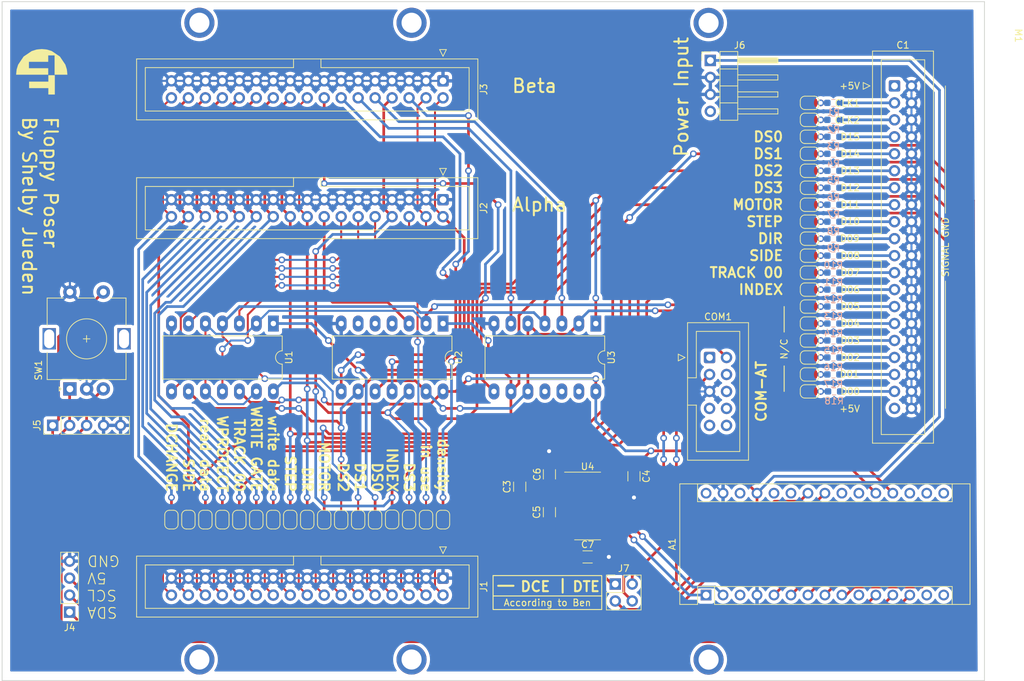
<source format=kicad_pcb>
(kicad_pcb (version 20211014) (generator pcbnew)
  (layers (0 "F.Cu" signal) (31 "B.Cu" signal) (34 "B.Paste" user) (35 "F.Paste" user) (36 "B.SilkS" user "B.Silkscreen") (37 "F.SilkS" user "F.Silkscreen") (38 "B.Mask" user) (39 "F.Mask" user) (44 "Edge.Cuts" user))
  (net 0 "")
  (net 2 "GND")
  (net 3 "/DS0")
  (net 4 "/DS1")
  (net 5 "/DS2")
  (net 6 "/DS3")
  (net 14 "/ALPHA ENABLE")
  (net 15 "/BETA ENABLE")
  (net 20 "+5V")
  (net 24 "Net-(C1-Pad3)")
  (net 25 "Net-(C1-Pad5)")
  (net 26 "Net-(C1-Pad7)")
  (net 27 "Net-(C1-Pad9)")
  (net 28 "Net-(C1-Pad11)")
  (net 29 "Net-(C1-Pad13)")
  (net 30 "Net-(C1-Pad15)")
  (net 31 "Net-(C1-Pad17)")
  (net 32 "Net-(C1-Pad19)")
  (net 33 "Net-(C1-Pad21)")
  (net 34 "Net-(C1-Pad23)")
  (net 35 "Net-(C1-Pad25)")
  (net 36 "Net-(C1-Pad27)")
  (net 37 "Net-(C1-Pad29)")
  (net 38 "Net-(C1-Pad31)")
  (net 39 "Net-(C1-Pad33)")
  (net 40 "Net-(C1-Pad35)")
  (net 41 "Net-(C1-Pad37)")
  (net 43 "Net-(J1-Pad2)")
  (net 44 "Net-(J1-Pad4)")
  (net 45 "Net-(J1-Pad6)")
  (net 46 "Net-(J1-Pad8)")
  (net 47 "Net-(J1-Pad10)")
  (net 48 "Net-(J1-Pad12)")
  (net 49 "Net-(J1-Pad14)")
  (net 50 "Net-(J1-Pad16)")
  (net 51 "Net-(J1-Pad18)")
  (net 52 "Net-(J1-Pad20)")
  (net 53 "Net-(J1-Pad22)")
  (net 54 "Net-(J1-Pad24)")
  (net 55 "Net-(J1-Pad26)")
  (net 56 "Net-(J1-Pad28)")
  (net 57 "Net-(J1-Pad30)")
  (net 58 "Net-(J1-Pad32)")
  (net 59 "Net-(J1-Pad34)")
  (net 60 "/density")
  (net 61 "/in_use")
  (net 62 "Net-(J2-Pad6)")
  (net 63 "/INDEX")
  (net 64 "Net-(J2-Pad10)")
  (net 65 "Net-(J2-Pad12)")
  (net 66 "Net-(J2-Pad14)")
  (net 67 "Net-(J2-Pad16)")
  (net 68 "/DIR")
  (net 69 "/STEP")
  (net 70 "/write_data")
  (net 71 "/WRITE_GATE")
  (net 72 "/T0")
  (net 73 "/WRITE_PROTECT")
  (net 74 "/read_data")
  (net 75 "/SIDE")
  (net 76 "/DISK_CHANGE")
  (net 77 "Net-(J3-Pad6)")
  (net 78 "Net-(J3-Pad10)")
  (net 79 "Net-(J3-Pad12)")
  (net 80 "Net-(J3-Pad14)")
  (net 81 "Net-(J3-Pad16)")
  (net 82 "/MOTOR")
  (net 83 "Net-(JP18-Pad1)")
  (net 85 "Net-(JP19-Pad1)")
  (net 87 "Net-(JP20-Pad1)")
  (net 88 "Net-(JP21-Pad1)")
  (net 89 "Net-(JP22-Pad1)")
  (net 90 "Net-(JP23-Pad1)")
  (net 91 "Net-(JP24-Pad1)")
  (net 92 "Net-(JP25-Pad1)")
  (net 93 "Net-(JP26-Pad1)")
  (net 94 "Net-(JP27-Pad1)")
  (net 95 "Net-(JP28-Pad1)")
  (net 96 "Net-(JP29-Pad1)")
  (net 97 "Net-(JP30-Pad1)")
  (net 99 "Net-(JP31-Pad1)")
  (net 101 "Net-(JP32-Pad1)")
  (net 103 "Net-(JP33-Pad1)")
  (net 105 "Net-(JP34-Pad1)")
  (net 107 "Net-(JP35-Pad1)")
  (net 115 "/SDA")
  (net 116 "/SCL")
  (net 117 "/TX_TTL")
  (net 118 "/RX_TTL")
  (net 119 "Net-(A1-Pad11)")
  (net 120 "Net-(A1-Pad12)")
  (net 121 "Net-(A1-Pad13)")
  (net 122 "Net-(C3-Pad1)")
  (net 123 "Net-(C3-Pad2)")
  (net 124 "Net-(C5-Pad1)")
  (net 125 "Net-(C5-Pad2)")
  (net 126 "Net-(C6-Pad1)")
  (net 127 "Net-(C7-Pad1)")
  (net 129 "/RX_EIA")
  (net 130 "/TX_EIA")
  (net 141 "/COM_RX")
  (net 142 "/COM_TX")
  (footprint "Jumper:SolderJumper-2_P1.3mm_Bridged_RoundedPad1.0x1.5mm" (layer "F.Cu") (at 159.004 76.2 180)
    (fp_text reference "JP29" hide)
    (fp_text value "SolderJumper_2_Bridged")
  )
  (footprint "Capacitor_SMD:C_1206_3216Metric_Pad1.33x1.80mm_HandSolder" (layer "F.Cu") (at 120.065 109.5125 -90)
    (fp_text reference "C5")
    (fp_text value "1uF")
  )
  (footprint "Jumper:SolderJumper-2_P1.3mm_Bridged_RoundedPad1.0x1.5mm" (layer "F.Cu") (at 101.6 110.6225 90)
    (fp_text reference "JP2" hide)
    (fp_text value "SolderJumper_2_Bridged")
  )
  (footprint "Jumper:SolderJumper-2_P1.3mm_Bridged_RoundedPad1.0x1.5mm" (layer "F.Cu") (at 81.28 110.6225 90)
    (fp_text reference "JP10" hide)
    (fp_text value "SolderJumper_2_Bridged")
  )
  (footprint "Jumper:SolderJumper-2_P1.3mm_Bridged_RoundedPad1.0x1.5mm" (layer "F.Cu") (at 91.44 110.6225 90)
    (fp_text reference "JP6" hide)
    (fp_text value "SolderJumper_2_Bridged")
  )
  (footprint "Capacitor_SMD:C_1206_3216Metric_Pad1.33x1.80mm_HandSolder" (layer "F.Cu") (at 115.62 105.7025 -90)
    (fp_text reference "C3")
    (fp_text value "1uF")
  )
  (footprint "Connector_IDC:IDC-Header_2x05_P2.54mm_Vertical" (layer "F.Cu") (at 144.0275 86.365)
    (fp_text reference "COM1")
    (fp_text value "Conn_02x05_Odd_Even")
  )
  (footprint "Connector_PinHeader_2.54mm:PinHeader_1x04_P2.54mm_Horizontal" (layer "F.Cu") (at 144.145 41.91)
    (fp_text reference "J6")
    (fp_text value "Conn_01x04")
  )
  (footprint "Jumper:SolderJumper-2_P1.3mm_Bridged_RoundedPad1.0x1.5mm" (layer "F.Cu") (at 68.58 110.6225 90)
    (fp_text reference "JP15" hide)
    (fp_text value "SolderJumper_2_Bridged")
  )
  (footprint "Connector_IDC:IDC-Header_2x17_P2.54mm_Vertical" (layer "F.Cu") (at 104.14 44.9675 -90)
    (fp_text reference "J3")
    (fp_text value "34-Pin HD Floppy Interface")
  )
  (footprint "Jumper:SolderJumper-2_P1.3mm_Bridged_RoundedPad1.0x1.5mm" (layer "F.Cu") (at 88.9 110.6225 90)
    (fp_text reference "JP7" hide)
    (fp_text value "SolderJumper_2_Bridged")
  )
  (footprint "Package_SO:SOIC-16_3.9x9.9mm_P1.27mm" (layer "F.Cu") (at 125.78 108.585)
    (fp_text reference "U4")
    (fp_text value "MAX232")
  )
  (footprint "Capacitor_SMD:C_1206_3216Metric_Pad1.33x1.80mm_HandSolder" (layer "F.Cu") (at 132.715 104.14 -90)
    (fp_text reference "C4")
    (fp_text value "1uF")
  )
  (footprint "Jumper:SolderJumper-2_P1.3mm_Bridged_RoundedPad1.0x1.5mm" (layer "F.Cu") (at 159.004 60.96 180)
    (fp_text reference "JP23" hide)
    (fp_text value "SolderJumper_2_Bridged")
  )
  (footprint "Jumper:SolderJumper-2_P1.3mm_Bridged_RoundedPad1.0x1.5mm" (layer "F.Cu") (at 66.04 110.6225 90)
    (fp_text reference "JP16" hide)
    (fp_text value "SolderJumper_2_Bridged")
  )
  (footprint "Jumper:SolderJumper-2_P1.3mm_Bridged_RoundedPad1.0x1.5mm" (layer "F.Cu") (at 63.5 110.6225 90)
    (fp_text reference "JP17" hide)
    (fp_text value "SolderJumper_2_Bridged")
  )
  (footprint "Jumper:SolderJumper-2_P1.3mm_Bridged_RoundedPad1.0x1.5mm" (layer "F.Cu") (at 159.004 48.26 180)
    (fp_text reference "JP18" hide)
    (fp_text value "SolderJumper_2_Bridged")
  )
  (footprint "Rotary_Encoder:RotaryEncoder_Alps_EC11E-Switch_Vertical_H20mm" (layer "F.Cu") (at 48.305 91.07 90)
    (fp_text reference "SW1")
    (fp_text value "RotaryEncoder_Switch")
  )
  (footprint "Jumper:SolderJumper-2_P1.3mm_Bridged_RoundedPad1.0x1.5mm" (layer "F.Cu") (at 159.004 81.28 180)
    (fp_text reference "JP31" hide)
    (fp_text value "SolderJumper_2_Bridged")
  )
  (footprint "Jumper:SolderJumper-2_P1.3mm_Bridged_RoundedPad1.0x1.5mm" (layer "F.Cu") (at 159.004 91.44 180)
    (fp_text reference "JP35" hide)
    (fp_text value "SolderJumper_2_Bridged")
  )
  (footprint "Capacitor_SMD:C_1206_3216Metric_Pad1.33x1.80mm_HandSolder" (layer "F.Cu") (at 120.065 103.8475 90)
    (fp_text reference "C6")
    (fp_text value "1uF")
  )
  (footprint "Module:Arduino_Nano" (layer "F.Cu") (at 143.51 121.91 90)
    (fp_text reference "A1")
    (fp_text value "Arduino_Nano_Every")
  )
  (footprint "Package_DIP:DIP-14_W10.16mm_LongPads" (layer "F.Cu") (at 127.005 81.285 -90)
    (fp_text reference "U3")
    (fp_text value "74LS09")
  )
  (footprint "Jumper:SolderJumper-2_P1.3mm_Bridged_RoundedPad1.0x1.5mm" (layer "F.Cu") (at 96.52 110.5925 90)
    (fp_text reference "JP4" hide)
    (fp_text value "SolderJumper_2_Bridged")
  )
  (footprint "Capacitor_SMD:C_1206_3216Metric_Pad1.33x1.80mm_HandSolder" (layer "F.Cu") (at 125.78 116.205)
    (fp_text reference "C7")
    (fp_text value "1uF")
  )
  (footprint "Jumper:SolderJumper-2_P1.3mm_Bridged_RoundedPad1.0x1.5mm" (layer "F.Cu") (at 76.2 110.6225 90)
    (fp_text reference "JP12" hide)
    (fp_text value "SolderJumper_2_Bridged")
  )
  (footprint "Jumper:SolderJumper-2_P1.3mm_Bridged_RoundedPad1.0x1.5mm" (layer "F.Cu") (at 104.14 110.6225 90)
    (fp_text reference "JP1" hide)
    (fp_text value "SolderJumper_2_Bridged")
  )
  (footprint "HP_PROBE:HP Probe POD" (layer "F.Cu") (at 171.704 45.72)
    (fp_text reference "C1")
    (fp_text value "HP_POD")
  )
  (footprint "Connector_PinHeader_2.54mm:PinHeader_1x04_P2.54mm_Vertical" (layer "F.Cu") (at 48.26 124.46 180)
    (fp_text reference "J4")
    (fp_text value "Conn_01x04")
  )
  (footprint "Connector_PinHeader_2.54mm:PinHeader_2x02_P2.54mm_Vertical" (layer "F.Cu") (at 129.916 120.264)
    (fp_text reference "J7")
    (fp_text value "Conn_02x02_Odd_Even")
  )
  (footprint "Jumper:SolderJumper-2_P1.3mm_Bridged_RoundedPad1.0x1.5mm" (layer "F.Cu") (at 86.36 110.6225 90)
    (fp_text reference "JP8" hide)
    (fp_text value "SolderJumper_2_Bridged")
  )
  (footprint "Jumper:SolderJumper-2_P1.3mm_Bridged_RoundedPad1.0x1.5mm" (layer "F.Cu") (at 159.004 66.04 180)
    (fp_text reference "JP25" hide)
    (fp_text value "SolderJumper_2_Bridged")
  )
  (footprint "Jumper:SolderJumper-2_P1.3mm_Bridged_RoundedPad1.0x1.5mm" (layer "F.Cu") (at 159.004 63.5 180)
    (fp_text reference "JP24" hide)
    (fp_text value "SolderJumper_2_Bridged")
  )
  (footprint "Jumper:SolderJumper-2_P1.3mm_Bridged_RoundedPad1.0x1.5mm" (layer "F.Cu") (at 159.004 53.34 180)
    (fp_text reference "JP20" hide)
    (fp_text value "SolderJumper_2_Bridged")
  )
  (footprint "Jumper:SolderJumper-2_P1.3mm_Bridged_RoundedPad1.0x1.5mm" (layer "F.Cu") (at 83.82 110.6225 90)
    (fp_text reference "JP9" hide)
    (fp_text value "SolderJumper_2_Bridged")
  )
  (footprint "Jumper:SolderJumper-2_P1.3mm_Bridged_RoundedPad1.0x1.5mm" (layer "F.Cu") (at 159.004 83.82 180)
    (fp_text reference "JP32" hide)
    (fp_text value "SolderJumper_2_Bridged")
  )
  (footprint "Jumper:SolderJumper-2_P1.3mm_Bridged_RoundedPad1.0x1.5mm" (layer "F.Cu") (at 159.004 55.88 180)
    (fp_text reference "JP21" hide)
    (fp_text value "SolderJumper_2_Bridged")
  )
  (footprint "Connector_IDC:IDC-Header_2x17_P2.54mm_Vertical" (layer "F.Cu") (at 104.14 62.7475 -90)
    (fp_text reference "J2")
    (fp_text value "34-Pin HD Floppy Interface")
  )
  (footprint "Jumper:SolderJumper-2_P1.3mm_Bridged_RoundedPad1.0x1.5mm" (layer "F.Cu") (at 159.004 68.58 180)
    (fp_text reference "JP26" hide)
    (fp_text value "SolderJumper_2_Bridged")
  )
  (footprint "Jumper:SolderJumper-2_P1.3mm_Bridged_RoundedPad1.0x1.5mm" (layer "F.Cu") (at 99.06 110.6075 90)
    (fp_text reference "JP3" hide)
    (fp_text value "SolderJumper_2_Bridged")
  )
  (footprint "Connector_PinHeader_2.54mm:PinHeader_1x05_P2.54mm_Vertical" (layer "F.Cu") (at 45.725 96.52 90)
    (fp_text reference "J5")
    (fp_text value "Conn_01x05")
  )
  (footprint "Jumper:SolderJumper-2_P1.3mm_Bridged_RoundedPad1.0x1.5mm" (layer "F.Cu") (at 159.004 58.42 180)
    (fp_text reference "JP22" hide)
    (fp_text value "SolderJumper_2_Bridged")
  )
  (footprint "Package_DIP:DIP-14_W10.16mm_LongPads" (layer "F.Cu") (at 78.75 81.28 -90)
    (fp_text reference "U1")
    (fp_text value "74LS09")
  )
  (footprint "Jumper:SolderJumper-2_P1.3mm_Bridged_RoundedPad1.0x1.5mm" (layer "F.Cu") (at 78.74 110.6225 90)
    (fp_text reference "JP11" hide)
    (fp_text value "SolderJumper_2_Bridged")
  )
  (footprint "Connector_IDC:IDC-Header_2x17_P2.54mm_Vertical" (layer "F.Cu") (at 104.14 119.38 -90)
    (fp_text reference "J1")
    (fp_text value "34-Pin HD Floppy Interface")
  )
  (footprint "Jumper:SolderJumper-2_P1.3mm_Bridged_RoundedPad1.0x1.5mm" (layer "F.Cu") (at 159.004 86.36 180)
    (fp_text reference "JP33" hide)
    (fp_text value "SolderJumper_2_Bridged")
  )
  (footprint "MountFormFactor:3.5in HDD Bottom Mount" (layer "F.Cu") (at 185.165 33.115 -90)
    (fp_text reference "M1")
    (fp_text value "3.5in_HDD_Mount")
    (fp_line (start 0 0) (end 0 147) (layer "Edge.Cuts") (width 0.12))
    (fp_line (start 101.6 0) (end 0 0) (layer "Edge.Cuts") (width 0.12))
    (fp_line (start 101.6 0) (end 101.6 147) (layer "Edge.Cuts") (width 0.12))
    (fp_line (start 101.6 147) (end 0 147) (layer "Edge.Cuts") (width 0.12))
  )
  (footprint "Jumper:SolderJumper-2_P1.3mm_Bridged_RoundedPad1.0x1.5mm" (layer "F.Cu") (at 73.66 110.6225 90)
    (fp_text reference "JP13" hide)
    (fp_text value "SolderJumper_2_Bridged")
  )
  (footprint "Package_DIP:DIP-14_W10.16mm_LongPads" (layer "F.Cu") (at 104.145 81.285 -90)
    (fp_text reference "U2")
    (fp_text value "74LS09")
  )
  (footprint "Jumper:SolderJumper-2_P1.3mm_Bridged_RoundedPad1.0x1.5mm" (layer "F.Cu") (at 93.98 110.6225 90)
    (fp_text reference "JP5" hide)
    (fp_text value "SolderJumper_2_Bridged")
  )
  (footprint "Jumper:SolderJumper-2_P1.3mm_Bridged_RoundedPad1.0x1.5mm" (layer "F.Cu") (at 159.004 88.9 180)
    (fp_text reference "JP34" hide)
    (fp_text value "SolderJumper_2_Bridged")
  )
  (footprint "Jumper:SolderJumper-2_P1.3mm_Bridged_RoundedPad1.0x1.5mm" (layer "F.Cu") (at 159.004 71.12 180)
    (fp_text reference "JP27" hide)
    (fp_text value "SolderJumper_2_Bridged")
  )
  (footprint "Logo:Logo" (layer "F.Cu") (at 43.815 43.815 -90)
    (fp_text reference "REF**" hide)
    (fp_text value "Logo" hide)
  )
  (footprint "Jumper:SolderJumper-2_P1.3mm_Bridged_RoundedPad1.0x1.5mm" (layer "F.Cu") (at 71.12 110.6225 90)
    (fp_text reference "JP14" hide)
    (fp_text value "SolderJumper_2_Bridged")
  )
  (footprint "Jumper:SolderJumper-2_P1.3mm_Bridged_RoundedPad1.0x1.5mm" (layer "F.Cu") (at 159.004 50.8 180)
    (fp_text reference "JP19" hide)
    (fp_text value "SolderJumper_2_Bridged")
  )
  (footprint "Jumper:SolderJumper-2_P1.3mm_Bridged_RoundedPad1.0x1.5mm" (layer "F.Cu") (at 159.004 73.66 180)
    (fp_text reference "JP28" hide)
    (fp_text value "SolderJumper_2_Bridged")
  )
  (footprint "Jumper:SolderJumper-2_P1.3mm_Bridged_RoundedPad1.0x1.5mm" (layer "F.Cu") (at 159.004 78.74 180)
    (fp_text reference "JP30" hide)
    (fp_text value "SolderJumper_2_Bridged")
  )
  (footprint "Resistor_SMD:R_0603_1608Metric_Pad0.98x0.95mm_HandSolder" (layer "B.Cu") (at 162.56 48.26)
    (fp_text reference "R1")
    (fp_text value "100k")
  )
  (footprint "Resistor_SMD:R_0603_1608Metric_Pad0.98x0.95mm_HandSolder" (layer "B.Cu") (at 162.56 55.88)
    (fp_text reference "R4")
    (fp_text value "100k")
  )
  (footprint "Resistor_SMD:R_0603_1608Metric_Pad0.98x0.95mm_HandSolder" (layer "B.Cu") (at 162.56 53.34)
    (fp_text reference "R3")
    (fp_text value "100k")
  )
  (footprint "Resistor_SMD:R_0603_1608Metric_Pad0.98x0.95mm_HandSolder" (layer "B.Cu") (at 162.56 81.28)
    (fp_text reference "R14")
    (fp_text value "100k")
  )
  (footprint "Resistor_SMD:R_0603_1608Metric_Pad0.98x0.95mm_HandSolder" (layer "B.Cu") (at 162.56 63.5)
    (fp_text reference "R7")
    (fp_text value "100k")
  )
  (footprint "Resistor_SMD:R_0603_1608Metric_Pad0.98x0.95mm_HandSolder" (layer "B.Cu") (at 162.56 83.82)
    (fp_text reference "R15")
    (fp_text value "100k")
  )
  (footprint "Resistor_SMD:R_0603_1608Metric_Pad0.98x0.95mm_HandSolder" (layer "B.Cu") (at 162.56 73.66)
    (fp_text reference "R11")
    (fp_text value "100k")
  )
  (footprint "Resistor_SMD:R_0603_1608Metric_Pad0.98x0.95mm_HandSolder" (layer "B.Cu") (at 162.6635 91.44)
    (fp_text reference "R18")
    (fp_text value "100k")
  )
  (footprint "Resistor_SMD:R_0603_1608Metric_Pad0.98x0.95mm_HandSolder" (layer "B.Cu") (at 162.56 86.36)
    (fp_text reference "R16")
    (fp_text value "100k")
  )
  (footprint "Resistor_SMD:R_0603_1608Metric_Pad0.98x0.95mm_HandSolder" (layer "B.Cu") (at 162.56 60.96)
    (fp_text reference "R6")
    (fp_text value "100k")
  )
  (footprint "Resistor_SMD:R_0603_1608Metric_Pad0.98x0.95mm_HandSolder" (layer "B.Cu") (at 162.56 66.04)
    (fp_text reference "R8")
    (fp_text value "100k")
  )
  (footprint "Resistor_SMD:R_0603_1608Metric_Pad0.98x0.95mm_HandSolder" (layer "B.Cu") (at 162.56 71.12)
    (fp_text reference "R10")
    (fp_text value "100k")
  )
  (footprint "Resistor_SMD:R_0603_1608Metric_Pad0.98x0.95mm_HandSolder" (layer "B.Cu") (at 162.56 78.74)
    (fp_text reference "R13")
    (fp_text value "100k")
  )
  (footprint "Resistor_SMD:R_0603_1608Metric_Pad0.98x0.95mm_HandSolder" (layer "B.Cu") (at 162.56 50.8)
    (fp_text reference "R2")
    (fp_text value "100k")
  )
  (footprint "Resistor_SMD:R_0603_1608Metric_Pad0.98x0.95mm_HandSolder" (layer "B.Cu") (at 162.56 58.42)
    (fp_text reference "R5")
    (fp_text value "100k")
  )
  (footprint "Resistor_SMD:R_0603_1608Metric_Pad0.98x0.95mm_HandSolder" (layer "B.Cu") (at 162.56 68.58)
    (fp_text reference "R9")
    (fp_text value "100k")
  )
  (footprint "Resistor_SMD:R_0603_1608Metric_Pad0.98x0.95mm_HandSolder" (layer "B.Cu") (at 162.56 88.9)
    (fp_text reference "R17")
    (fp_text value "100k")
  )
  (footprint "Resistor_SMD:R_0603_1608Metric_Pad0.98x0.95mm_HandSolder" (layer "B.Cu") (at 162.56 76.2)
    (fp_text reference "R12")
    (fp_text value "100k")
  )
  (gr_line (start 155.194 82.55) (end 155.194 78.74) (layer "F.SilkS") (width 0.15))
  (gr_line (start 155.194 87.63) (end 155.194 91.44) (layer "F.SilkS") (width 0.15))
  (gr_rect (start 111.633 118.999) (end 127.889 124.079) (layer "F.SilkS") (width 0.15) (fill none))
  (gr_line (start 112.395 120.523) (end 114.681 120.523) (layer "F.SilkS") (width 0.3))
  (gr_line (start 122.047 121.539) (end 122.047 119.507) (layer "F.SilkS") (width 0.3))
  (gr_line (start 127.889 122.047) (end 111.633 122.047) (layer "F.SilkS") (width 0.15))
  (gr_text "V0.1" (at 41.275 81.915 270) (layer "F.Cu") (effects (font (size 1.5 1.5) (thickness 0.3))))
  (gr_text "DS2" (at 89.2 106.68 -90) (layer "F.SilkS") (effects (font (size 1.5 1.5) (thickness 0.3)) (justify right)))
  (gr_text "read data" (at 68.58 106.68 270) (layer "F.SilkS") (effects (font (size 1.5 1.5) (thickness 0.3)) (justify right)))
  (gr_text "INDEX" (at 155.194 76.2) (layer "F.SilkS") (effects (font (size 1.5 1.5) (thickness 0.3)) (justify right)))
  (gr_text "Beta" (at 114.3 45.72) (layer "F.SilkS") (effects (font (size 2 2) (thickness 0.3)) (justify left)))
  (gr_text "INDEX" (at 96.52 106.68 270) (layer "F.SilkS") (effects (font (size 1.5 1.5) (thickness 0.3)) (justify right)))
  (gr_text "COM-AT" (at 151.765 91.445 90) (layer "F.SilkS") (effects (font (size 1.5 1.5) (thickness 0.3))))
  (gr_text "DS0" (at 155.194 53.34) (layer "F.SilkS") (effects (font (size 1.5 1.5) (thickness 0.3)) (justify right)))
  (gr_text "DCE   DTE" (at 121.666 120.65) (layer "F.SilkS") (effects (font (size 1.5 1.5) (thickness 0.3))))
  (gr_text "STEP" (at 155.194 66.04) (layer "F.SilkS") (effects (font (size 1.5 1.5) (thickness 0.3)) (justify right)))
  (gr_text "DS0" (at 94.28 106.68 -90) (layer "F.SilkS") (effects (font (size 1.5 1.5) (thickness 0.3)) (justify right)))
  (gr_text "DS1" (at 155.194 55.88) (layer "F.SilkS") (effects (font (size 1.5 1.5) (thickness 0.3)) (justify right)))
  (gr_text "WRITE GATE" (at 76.2 106.68 270) (layer "F.SilkS") (effects (font (size 1.5 1.5) (thickness 0.3)) (justify right)))
  (gr_text "MOTOR" (at 86.36 106.68 -90) (layer "F.SilkS") (effects (font (size 1.5 1.5) (thickness 0.3)) (justify right)))
  (gr_text "SIDE" (at 155.194 71.12) (layer "F.SilkS") (effects (font (size 1.5 1.5) (thickness 0.3)) (justify right)))
  (gr_text "STEP" (at 81.28 106.68 -90) (layer "F.SilkS") (effects (font (size 1.5 1.5) (thickness 0.3)) (justify right)))
  (gr_text "DS3" (at 99.06 106.68 270) (layer "F.SilkS") (effects (font (size 1.5 1.5) (thickness 0.3)) (justify right)))
  (gr_text "DS2" (at 155.194 58.42) (layer "F.SilkS") (effects (font (size 1.5 1.5) (thickness 0.3)) (justify right)))
  (gr_text "DCHANGE" (at 63.5 106.68 -90) (layer "F.SilkS") (effects (font (size 1.5 1.5) (thickness 0.3)) (justify right)))
  (gr_text "N/C" (at 155.194 85.09 90) (layer "F.SilkS") (effects (font (size 1 1))))
  (gr_text "write data" (at 78.74 106.68 270) (layer "F.SilkS") (effects (font (size 1.5 1.5) (thickness 0.3)) (justify right)))
  (gr_text "DS3" (at 155.194 60.96) (layer "F.SilkS") (effects (font (size 1.5 1.5) (thickness 0.3)) (justify right)))
  (gr_text "in use" (at 101.6 106.68 -90) (layer "F.SilkS") (effects (font (size 1.5 1.5) (thickness 0.3)) (justify right)))
  (gr_text "DS1" (at 91.74 106.68 -90) (layer "F.SilkS") (effects (font (size 1.5 1.5) (thickness 0.3)) (justify right)))
  (gr_text "Alpha" (at 114.3 63.5) (layer "F.SilkS") (effects (font (size 2 2) (thickness 0.3)) (justify left)))
  (gr_text "density" (at 104.105643 106.670767 -90) (layer "F.SilkS") (effects (font (size 1.5 1.5) (thickness 0.3)) (justify right)))
  (gr_text "Floppy Poser\nBy Shelby Jueden" (at 43.815 50.165 270) (layer "F.SilkS") (effects (font (size 2 2) (thickness 0.3)) (justify left)))
  (gr_text "Power Input" (at 139.827 56.515 90) (layer "F.SilkS") (effects (font (size 2 2) (thickness 0.3)) (justify left)))
  (gr_text "TRACK 00" (at 155.194 73.66) (layer "F.SilkS") (effects (font (size 1.5 1.5) (thickness 0.3)) (justify right)))
  (gr_text "DIR" (at 83.82 106.68 -90) (layer "F.SilkS") (effects (font (size 1.5 1.5) (thickness 0.3)) (justify right)))
  (gr_text "MOTOR" (at 155.194 63.5) (layer "F.SilkS") (effects (font (size 1.5 1.5) (thickness 0.3)) (justify right)))
  (gr_text "TRACK 00" (at 73.66 106.68 -90) (layer "F.SilkS") (effects (font (size 1.5 1.5) (thickness 0.3)) (justify right)))
  (gr_text "SDA\nSCL\n5V\nGND" (at 50.8 120.65 180) (layer "F.SilkS") (effects (font (size 1.6 1.6)) (justify right)))
  (gr_text "SIDE" (at 66.04 106.68 -90) (layer "F.SilkS") (effects (font (size 1.5 1.5) (thickness 0.3)) (justify right)))
  (gr_text "DIR" (at 155.194 68.58) (layer "F.SilkS") (effects (font (size 1.5 1.5) (thickness 0.3)) (justify right)))
  (gr_text "WPROTECT" (at 71.12 106.68 -90) (layer "F.SilkS") (effects (font (size 1.5 1.5) (thickness 0.3)) (justify right)))
  (gr_text "According to Ben" (at 119.761 123.063) (layer "F.SilkS") (effects (font (size 1 1))))
  (segment (start 127.3425 116.205) (end 128.955 116.205) (width 0.4) (layer "F.Cu") (net 2))
  (segment (start 132.715 107.315) (end 132.715 105.7025) (width 0.4) (layer "F.Cu") (net 2))
  (segment (start 132.4225 105.41) (end 132.715 105.7025) (width 0.4) (layer "F.Cu") (net 2))
  (segment (start 120.065 102.285) (end 120.065 100.43) (width 0.3) (layer "F.Cu") (net 2))
  (segment (start 128.255 105.41) (end 132.4225 105.41) (width 0.4) (layer "F.Cu") (net 2))
  (segment (start 120.065 100.43) (end 120.015 100.38) (width 0.3) (layer "F.Cu") (net 2))
  (via (at 132.715 107.315) (size 1) (drill 0.6) (layers "F.Cu" "B.Cu") (net 2))
  (via (at 120.015 100.38) (size 1) (drill 0.6) (layers "F.Cu" "B.Cu") (net 2))
  (via (at 128.955 116.205) (size 1) (drill 0.6) (layers "F.Cu" "B.Cu") (net 2))
  (segment (start 88.9 86.36) (end 63.5 86.36) (width 0.3) (layer "B.Cu") (net 2))
  (segment (start 144.0275 91.445) (end 137.8 91.445) (width 0.3) (layer "B.Cu") (net 2))
  (segment (start 130.175 109.855) (end 130.175 114.985) (width 0.4) (layer "B.Cu") (net 2))
  (segment (start 142.24 102.235) (end 141.615 102.235) (width 0.3) (layer "B.Cu") (net 2))
  (segment (start 174.244 93.98) (end 165.989 102.235) (width 0.3) (layer "B.Cu") (net 2))
  (segment (start 48.26 69.215) (end 48.305 69.26) (width 0.3) (layer "B.Cu") (net 2))
  (segment (start 139.065 107.315) (end 141.615 104.765) (width 0.3) (layer "B.Cu") (net 2))
  (segment (start 88.905 86.355) (end 88.905 81.285) (width 0.3) (layer "B.Cu") (net 2))
  (segment (start 128.955 116.79) (end 126.365 119.38) (width 0.4) (layer "B.Cu") (net 2))
  (segment (start 92.075 83.185) (end 88.9 86.36) (width 0.3) (layer "B.Cu") (net 2))
  (segment (start 144.0275 91.445) (end 142.24 93.2325) (width 0.3) (layer "B.Cu") (net 2))
  (segment (start 48.26 68.58) (end 48.305 68.625) (width 0.3) (layer "B.Cu") (net 2))
  (segment (start 104.14 44.9675) (end 63.5 44.9675) (width 0.3) (layer "B.Cu") (net 2))
  (segment (start 142.24 93.2325) (end 142.24 102.235) (width 0.3) (layer "B.Cu") (net 2))
  (segment (start 132.715 86.36) (end 129.54 86.36) (width 0.3) (layer "B.Cu") (net 2))
  (segment (start 129.54 86.36) (end 128.27 85.09) (width 0.3) (layer "B.Cu") (net 2))
  (segment (start 165.989 102.235) (end 142.24 102.235) (width 0.3) (layer "B.Cu") (net 2))
  (segment (start 132.715 107.315) (end 126.95 107.315) (width 0.3) (layer "B.Cu") (net 2))
  (segment (start 50.805 79.07) (end 48.305 76.57) (width 0.3) (layer "B.Cu") (net 2))
  (segment (start 48.305 69.26) (end 48.305 76.57) (width 0.3) (layer "B.Cu") (net 2))
  (segment (start 107.722381 83.734519) (end 107.172862 83.185) (width 0.3) (layer "B.Cu") (net 2))
  (segment (start 50.805 91.07) (end 50.805 79.07) (width 0.3) (layer "B.Cu") (net 2))
  (segment (start 109.855 85.09) (end 111.76 85.09) (width 0.3) (layer "B.Cu") (net 2))
  (segment (start 108.49952 83.73452) (end 107.722381 83.734519) (width 0.3) (layer "B.Cu") (net 2))
  (segment (start 53.345 96.52) (end 53.345 93.61) (width 0.3) (layer "B.Cu") (net 2))
  (segment (start 174.244 45.72) (end 174.244 93.98) (width 0.3) (layer "B.Cu") (net 2))
  (segment (start 63.5 119.38) (end 60.96 116.84) (width 0.3) (layer "B.Cu") (net 2))
  (segment (start 48.26 55.88) (end 48.26 69.215) (width 0.3) (layer "B.Cu") (net 2))
  (segment (start 141.615 104.765) (end 141.615 102.235) (width 0.3) (layer "B.Cu") (net 2))
  (segment (start 130.175 114.985) (end 128.955 116.205) (width 0.4) (layer "B.Cu") (net 2))
  (segment (start 53.345 93.61) (end 50.805 91.07) (width 0.3) (layer "B.Cu") (net 2))
  (segment (start 137.8 91.445) (end 132.715 86.36) (width 0.3) (layer "B.Cu") (net 2))
  (segment (start 128.27 85.09) (end 109.855 85.09) (width 0.3) (layer "B.Cu") (net 2))
  (segment (start 141.615 102.235) (end 146.05 106.67) (width 0.3) (layer "B.Cu") (net 2))
  (segment (start 60.96 116.84) (end 48.26 116.84) (width 0.3) (layer "B.Cu") (net 2))
  (segment (start 104.14 62.7475) (end 63.5 62.7475) (width 0.3) (layer "B.Cu") (net 2))
  (segment (start 107.172862 83.185) (end 92.075 83.185) (width 0.3) (layer "B.Cu") (net 2))
  (segment (start 109.855 85.09) (end 108.49952 83.73452) (width 0.3) (layer "B.Cu") (net 2))
  (segment (start 63.51 86.35) (end 63.51 81.28) (width 0.3) (layer "B.Cu") (net 2))
  (segment (start 54.0925 62.7475) (end 48.26 68.58) (width 0.3) (layer "B.Cu") (net 2))
  (segment (start 63.5 119.38) (end 104.14 119.38) (width 0.3) (layer "B.Cu") (net 2))
  (segment (start 132.715 107.315) (end 139.065 107.315) (width 0.3) (layer "B.Cu") (net 2))
  (segment (start 48.305 68.625) (end 48.305 76.57) (width 0.3) (layer "B.Cu") (net 2))
  (segment (start 53.345 96.52) (end 53.345 111.755) (width 0.3) (layer "B.Cu") (net 2))
  (segment (start 63.5 44.9675) (end 59.1725 44.9675) (width 0.3) (layer "B.Cu") (net 2))
  (segment (start 111.76 85.09) (end 111.765 85.085) (width 0.3) (layer "B.Cu") (net 2))
  (segment (start 53.345 111.755) (end 48.26 116.84) (width 0.3) (layer "B.Cu") (net 2))
  (segment (start 53.345 96.52) (end 55.885 96.52) (width 0.3) (layer "B.Cu") (net 2))
  (segment (start 88.9 86.36) (end 88.905 86.355) (width 0.3) (layer "B.Cu") (net 2))
  (segment (start 111.765 85.085) (end 111.765 81.285) (width 0.3) (layer "B.Cu") (net 2))
  (segment (start 63.5 86.36) (end 63.51 86.35) (width 0.3) (layer "B.Cu") (net 2))
  (segment (start 63.5 62.7475) (end 54.0925 62.7475) (width 0.3) (layer "B.Cu") (net 2))
  (segment (start 128.955 116.205) (end 128.955 116.79) (width 0.4) (layer "B.Cu") (net 2))
  (segment (start 104.14 119.38) (end 126.365 119.38) (width 0.3) (layer "B.Cu") (net 2))
  (segment (start 126.95 107.315) (end 120.015 100.38) (width 0.3) (layer "B.Cu") (net 2))
  (segment (start 59.1725 44.9675) (end 48.26 55.88) (width 0.3) (layer "B.Cu") (net 2))
  (segment (start 132.715 107.315) (end 130.175 109.855) (width 0.4) (layer "B.Cu") (net 2))
  (segment (start 126.998949 62.865) (end 127 62.865) (width 0.4) (layer "F.Cu") (net 3))
  (segment (start 107.95 86.14715) (end 105.83215 88.265) (width 0.4) (layer "F.Cu") (net 3))
  (segment (start 107.95 77.042198) (end 107.95 86.14715) (width 0.4) (layer "F.Cu") (net 3))
  (segment (start 127.005 77.475) (end 127.005 81.285) (width 0.4) (layer "F.Cu") (net 3))
  (segment (start 175.794823 120.710489) (end 183.515 112.990312) (width 0.4) (layer "F.Cu") (net 3))
  (segment (start 127 77.47) (end 127.005 77.475) (width 0.4) (layer "F.Cu") (net 3))
  (segment (start 163.83 121.91) (end 164.475 121.91) (width 0.4) (layer "F.Cu") (net 3))
  (segment (start 114.493551 75.371449) (end 109.620749 75.371449) (width 0.4) (layer "F.Cu") (net 3))
  (segment (start 126.998949 62.865) (end 126.998949 62.866051) (width 0.4) (layer "F.Cu") (net 3))
  (segment (start 164.475 121.91) (end 165.674511 120.710489) (width 0.4) (layer "F.Cu") (net 3))
  (segment (start 183.515 62.865) (end 175.26 54.61) (width 0.4) (layer "F.Cu") (net 3))
  (segment (start 183.515 112.990312) (end 183.515 62.865) (width 0.4) (layer "F.Cu") (net 3))
  (segment (start 126.998949 62.866051) (end 114.493551 75.371449) (width 0.4) (layer "F.Cu") (net 3))
  (segment (start 93.98 109.9725) (end 93.98 107.315) (width 0.4) (layer "F.Cu") (net 3))
  (segment (start 109.620749 75.371449) (end 107.95 77.042198) (width 0.4) (layer "F.Cu") (net 3))
  (segment (start 86.995 83.82) (end 91.44 88.265) (width 0.4) (layer "F.Cu") (net 3))
  (segment (start 136.525 53.34) (end 158.354 53.34) (width 0.4) (layer "F.Cu") (net 3))
  (segment (start 127 62.865) (end 136.525 53.34) (width 0.4) (layer "F.Cu") (net 3))
  (segment (start 159.108994 54.61) (end 158.354 53.855006) (width 0.4) (layer "F.Cu") (net 3))
  (segment (start 165.674511 120.710489) (end 175.794823 120.710489) (width 0.4) (layer "F.Cu") (net 3))
  (segment (start 105.83215 88.265) (end 91.44 88.265) (width 0.4) (layer "F.Cu") (net 3))
  (segment (start 175.26 54.61) (end 159.108994 54.61) (width 0.4) (layer "F.Cu") (net 3))
  (segment (start 158.354 53.855006) (end 158.354 53.34) (width 0.4) (layer "F.Cu") (net 3))
  (via (at 127 77.47) (size 1) (drill 0.6) (layers "F.Cu" "B.Cu") (net 3))
  (via (at 126.998949 62.865) (size 1) (drill 0.6) (layers "F.Cu" "B.Cu") (net 3))
  (via (at 86.995 83.82) (size 1) (drill 0.6) (layers "F.Cu" "B.Cu") (net 3))
  (via (at 93.98 107.315) (size 1) (drill 0.6) (layers "F.Cu" "B.Cu") (net 3))
  (via (at 91.44 88.265) (size 1) (drill 0.6) (layers "F.Cu" "B.Cu") (net 3))
  (segment (start 92.64452 89.46952) (end 91.44 88.265) (width 0.4) (layer "B.Cu") (net 3))
  (segment (start 84.455 81.28) (end 78.75 81.28) (width 0.4) (layer "B.Cu") (net 3))
  (segment (start 127 62.866051) (end 127 77.47) (width 0.4) (layer "B.Cu") (net 3))
  (segment (start 86.995 83.82) (end 84.455 81.28) (width 0.4) (layer "B.Cu") (net 3))
  (segment (start 92.64452 105.97952) (end 92.64452 89.46952) (width 0.4) (layer "B.Cu") (net 3))
  (segment (start 93.98 107.315) (end 92.64452 105.97952) (width 0.4) (layer "B.Cu") (net 3))
  (segment (start 126.998949 62.865) (end 127 62.866051) (width 0.4) (layer "B.Cu") (net 3))
  (segment (start 161.29 121.91) (end 163.185 120.015) (width 0.4) (layer "F.Cu") (net 4))
  (segment (start 91.44 109.9725) (end 91.44 107.315) (width 0.3) (layer "F.Cu") (net 4))
  (segment (start 182.88 64.77) (end 175.239511 57.129511) (width 0.4) (layer "F.Cu") (net 4))
  (segment (start 182.88 111.60125) (end 182.88 64.77) (width 0.4) (layer "F.Cu") (net 4))
  (segment (start 174.46625 120.015) (end 182.88 111.60125) (width 0.4) (layer "F.Cu") (net 4))
  (segment (start 158.354 56.395006) (end 158.354 55.88) (width 0.4) (layer "F.Cu") (net 4))
  (segment (start 175.239511 57.129511) (end 159.088505 57.129511) (width 0.4) (layer "F.Cu") (net 4))
  (segment (start 119.385 78.1) (end 119.385 81.285) (width 0.4) (layer "F.Cu") (net 4))
  (segment (start 77.47 89.535) (end 71.13 83.195) (width 0.3) (layer "F.Cu") (net 4))
  (segment (start 71.13 83.195) (end 71.13 81.28) (width 0.3) (layer "F.Cu") (net 4))
  (segment (start 132.08 65.405) (end 119.385 78.1) (width 0.4) (layer "F.Cu") (net 4))
  (segment (start 159.088505 57.129511) (end 158.354 56.395006) (width 0.4) (layer "F.Cu") (net 4))
  (segment (start 163.185 120.015) (end 174.46625 120.015) (width 0.4) (layer "F.Cu") (net 4))
  (segment (start 158.354 55.88) (end 141.605 55.88) (width 0.4) (layer "F.Cu") (net 4))
  (via (at 77.47 89.535) (size 1) (drill 0.6) (layers "F.Cu" "B.Cu") (net 4))
  (via (at 91.44 107.315) (size 1) (drill 0.6) (layers "F.Cu" "B.Cu") (net 4))
  (via (at 132.08 65.405) (size 1) (drill 0.6) (layers "F.Cu" "B.Cu") (net 4))
  (via (at 141.605 55.88) (size 1) (drill 0.6) (layers "F.Cu" "B.Cu") (net 4))
  (segment (start 141.605 55.88) (end 132.08 65.405) (width 0.4) (layer "B.Cu") (net 4))
  (segment (start 91.44 106.045) (end 87.63 102.235) (width 0.3) (layer "B.Cu") (net 4))
  (segment (start 85.725 89.535) (end 77.47 89.535) (width 0.3) (layer "B.Cu") (net 4))
  (segment (start 100.736649 79.639511) (end 99.837138 78.74) (width 0.4) (layer "B.Cu") (net 4))
  (segment (start 87.63 91.44) (end 85.725 89.535) (width 0.3) (layer "B.Cu") (net 4))
  (segment (start 91.44 107.315) (end 91.44 106.045) (width 0.3) (layer "B.Cu") (net 4))
  (segment (start 87.63 102.235) (end 87.63 91.44) (width 0.3) (layer "B.Cu") (net 4))
  (segment (start 73.67 78.74) (end 71.13 81.28) (width 0.4) (layer "B.Cu") (net 4))
  (segment (start 117.739511 79.639511) (end 100.736649 79.639511) (width 0.4) (layer "B.Cu") (net 4))
  (segment (start 99.837138 78.74) (end 73.67 78.74) (width 0.4) (layer "B.Cu") (net 4))
  (segment (start 119.385 81.285) (end 117.739511 79.639511) (width 0.4) (layer "B.Cu") (net 4))
  (segment (start 175.239511 59.710489) (end 158.770489 59.710489) (width 0.4) (layer "F.Cu") (net 5))
  (segment (start 88.9 96.8905) (end 88.9 96.52) (width 0.4) (layer "F.Cu") (net 5))
  (segment (start 182.245 66.715978) (end 175.239511 59.710489) (width 0.4) (layer "F.Cu") (net 5))
  (segment (start 158.770489 59.710489) (end 158.354 59.294) (width 0.4) (layer "F.Cu") (net 5))
  (segment (start 106.68 88.9) (end 93.99 88.9) (width 0.4) (layer "F.Cu") (net 5))
  (segment (start 158.354 59.294) (end 158.354 58.42) (width 0.4) (layer "F.Cu") (net 5))
  (segment (start 158.75 121.91) (end 161.28 119.38) (width 0.4) (layer "F.Cu") (net 5))
  (segment (start 115.799031 75.970969) (end 109.869079 75.970969) (width 0.4) (layer "F.Cu") (net 5))
  (segment (start 161.28 119.38) (end 173.0375 119.38) (width 0.4) (layer "F.Cu") (net 5))
  (segment (start 84.455 95.885) (end 82.55 93.98) (width 0.4) (layer "F.Cu") (net 5))
  (segment (start 93.99 88.9) (end 91.445 91.445) (width 0.4) (layer "F.Cu") (net 5))
  (segment (start 158.354 58.42) (end 133.35 58.42) (width 0.4) (layer "F.Cu") (net 5))
  (segment (start 173.0375 119.38) (end 182.245 110.1725) (width 0.4) (layer "F.Cu") (net 5))
  (segment (start 88.9 109.9725) (end 88.9 101.6) (width 0.3) (layer "F.Cu") (net 5))
  (segment (start 108.585 86.995) (end 106.68 88.9) (width 0.4) (layer "F.Cu") (net 5))
  (segment (start 68.59 93.98) (end 66.05 91.44) (width 0.4) (layer "F.Cu") (net 5))
  (segment (start 108.585 77.255048) (end 108.585 86.995) (width 0.4) (layer "F.Cu") (net 5))
  (segment (start 182.245 110.1725) (end 182.245 66.715978) (width 0.4) (layer "F.Cu") (net 5))
  (segment (start 88.9 96.52) (end 88.265 95.885) (width 0.4) (layer "F.Cu") (net 5))
  (segment (start 88.265 95.885) (end 84.455 95.885) (width 0.4) (layer "F.Cu") (net 5))
  (segment (start 80.01 93.98) (end 68.59 93.98) (width 0.4) (layer "F.Cu") (net 5))
  (segment (start 133.35 58.42) (end 115.799031 75.970969) (width 0.4) (layer "F.Cu") (net 5))
  (segment (start 109.869079 75.970969) (end 108.585 77.255048) (width 0.4) (layer "F.Cu") (net 5))
  (via (at 88.9 101.6) (size 1) (drill 0.6) (layers "F.Cu" "B.Cu") (net 5))
  (via (at 82.55 93.98) (size 1) (drill 0.6) (layers "F.Cu" "B.Cu") (net 5))
  (via (at 80.01 93.98) (size 1) (drill 0.6) (layers "F.Cu" "B.Cu") (net 5))
  (via (at 88.9 96.8905) (size 1) (drill 0.6) (layers "F.Cu" "B.Cu") (net 5))
  (segment (start 88.9 93.99) (end 91.445 91.445) (width 0.4) (layer "B.Cu") (net 5))
  (segment (start 88.9 96.8905) (end 88.9 93.99) (width 0.4) (layer "B.Cu") (net 5))
  (segment (start 88.9 96.8905) (end 88.9 101.6) (width 0.3) (layer "B.Cu") (net 5))
  (segment (start 82.55 93.98) (end 80.01 93.98) (width 0.4) (layer "B.Cu") (net 5))
  (segment (start 109.22 77.467898) (end 110.117409 76.570489) (width 0.4) (layer "F.Cu") (net 6))
  (segment (start 158.354 61.475006) (end 159.129483 62.250489) (width 0.4) (layer "F.Cu") (net 6))
  (segment (start 159.129483 62.250489) (end 175.239511 62.250489) (width 0.4) (layer "F.Cu") (net 6))
  (segment (start 181.61 68.620978) (end 181.61 108.9025) (width 0.4) (layer "F.Cu") (net 6))
  (segment (start 85.087898 92.71) (end 86.992898 94.615) (width 0.4) (layer "F.Cu") (net 6))
  (segment (start 107.685489 95.514511) (end 109.22 93.98) (width 0.4) (layer "F.Cu") (net 6))
  (segment (start 79.639511 93.080489) (end 80.01 92.71) (width 0.4) (layer "F.Cu") (net 6))
  (segment (start 95.885 94.615) (end 96.784511 95.514511) (width 0.4) (layer "F.Cu") (net 6))
  (segment (start 109.22 93.98) (end 109.22 77.467898) (width 0.4) (layer "F.Cu") (net 6))
  (segment (start 73.67 91.44) (end 75.310489 93.080489) (width 0.4) (layer "F.Cu") (net 6))
  (segment (start 75.310489 93.080489) (end 79.639511 93.080489) (width 0.4) (layer "F.Cu") (net 6))
  (segment (start 181.61 108.9025) (end 171.7675 118.745) (width 0.4) (layer "F.Cu") (net 6))
  (segment (start 99.06 109.9575) (end 99.06 107.315) (width 0.3) (layer "F.Cu") (net 6))
  (segment (start 82.55 92.71) (end 85.087898 92.71) (width 0.4) (layer "F.Cu") (net 6))
  (segment (start 171.7675 118.745) (end 159.375 118.745) (width 0.4) (layer "F.Cu") (net 6))
  (segment (start 159.375 118.745) (end 156.21 121.91) (width 0.4) (layer "F.Cu") (net 6))
  (segment (start 86.992898 94.615) (end 95.885 94.615) (width 0.4) (layer "F.Cu") (net 6))
  (segment (start 158.354 60.96) (end 158.354 61.475006) (width 0.4) (layer "F.Cu") (net 6))
  (segment (start 175.239511 62.250489) (end 181.61 68.620978) (width 0.4) (layer "F.Cu") (net 6))
  (segment (start 96.784511 95.514511) (end 107.685489 95.514511) (width 0.4) (layer "F.Cu") (net 6))
  (segment (start 132.715 60.96) (end 158.354 60.96) (width 0.4) (layer "F.Cu") (net 6))
  (segment (start 117.104511 76.570489) (end 132.715 60.96) (width 0.4) (layer "F.Cu") (net 6))
  (segment (start 110.117409 76.570489) (end 117.104511 76.570489) (width 0.4) (layer "F.Cu") (net 6))
  (via (at 99.06 107.315) (size 1) (drill 0.6) (layers "F.Cu" "B.Cu") (net 6))
  (via (at 95.885 94.615) (size 1) (drill 0.6) (layers "F.Cu" "B.Cu") (net 6))
  (via (at 80.01 92.71) (size 1) (drill 0.6) (layers "F.Cu" "B.Cu") (net 6))
  (via (at 82.55 92.71) (size 1) (drill 0.6) (layers "F.Cu" "B.Cu") (net 6))
  (segment (start 99.06 97.79) (end 95.885 94.615) (width 0.3) (layer "B.Cu") (net 6))
  (segment (start 99.06 107.315) (end 99.06 97.79) (width 0.3) (layer "B.Cu") (net 6))
  (segment (start 99.06 91.44) (end 99.065 91.445) (width 0.4) (layer "B.Cu") (net 6))
  (segment (start 99.065 91.445) (end 99.055 91.445) (width 0.4) (layer "B.Cu") (net 6))
  (segment (start 80.01 92.71) (end 82.55 92.71) (width 0.4) (layer "B.Cu") (net 6))
  (segment (start 99.055 91.445) (end 95.885 94.615) (width 0.4) (layer "B.Cu") (net 6))
  (segment (start 151.5005 78.4755) (end 153.035 80.01) (width 0.4) (layer "F.Cu") (net 14))
  (segment (start 163.205 98.425) (end 171.45 106.67) (width 0.4) (layer "F.Cu") (net 14))
  (segment (start 137.795 78.4755) (end 151.5005 78.4755) (width 0.4) (layer "F.Cu") (net 14))
  (segment (start 102.87 78.74) (end 101.605 80.005) (width 0.4) (layer "F.Cu") (net 14))
  (segment (start 153.67 98.425) (end 163.205 98.425) (width 0.4) (layer "F.Cu") (net 14))
  (segment (start 68.59 91.44) (end 68.59 81.28) (width 0.3) (layer "F.Cu") (net 14))
  (segment (start 101.605 80.005) (end 101.605 81.285) (width 0.4) (layer "F.Cu") (net 14))
  (segment (start 153.035 80.01) (end 153.035 97.79) (width 0.4) (layer "F.Cu") (net 14))
  (segment (start 153.035 97.79) (end 153.67 98.425) (width 0.4) (layer "F.Cu") (net 14))
  (via (at 102.87 78.74) (size 1) (drill 0.6) (layers "F.Cu" "B.Cu") (net 14))
  (via (at 137.795 78.4755) (size 1) (drill 0.6) (layers "F.Cu" "B.Cu") (net 14))
  (segment (start 76.21 81.28) (end 74.66048 82.82952) (width 0.3) (layer "B.Cu") (net 14))
  (segment (start 103.134511 78.475489) (end 137.794989 78.475489) (width 0.4) (layer "B.Cu") (net 14))
  (segment (start 74.295 93.345) (end 70.495 93.345) (width 0.3) (layer "B.Cu") (net 14))
  (segment (start 70.13952 82.82952) (end 68.59 81.28) (width 0.3) (layer "B.Cu") (net 14))
  (segment (start 99.695 79.375) (end 101.605 81.285) (width 0.3) (layer "B.Cu") (net 14))
  (segment (start 70.495 93.345) (end 68.59 91.44) (width 0.3) (layer "B.Cu") (net 14))
  (segment (start 76.21 91.44) (end 76.2 91.44) (width 0.3) (layer "B.Cu") (net 14))
  (segment (start 137.794989 78.475489) (end 137.795 78.4755) (width 0.4) (layer "B.Cu") (net 14))
  (segment (start 76.21 81.28) (end 78.115 79.375) (width 0.3) (layer "B.Cu") (net 14))
  (segment (start 78.115 79.375) (end 99.695 79.375) (width 0.3) (layer "B.Cu") (net 14))
  (segment (start 102.87 78.74) (end 103.134511 78.475489) (width 0.4) (layer "B.Cu") (net 14))
  (segment (start 76.2 91.44) (end 74.295 93.345) (width 0.3) (layer "B.Cu") (net 14))
  (segment (start 74.66048 82.82952) (end 70.13952 82.82952) (width 0.3) (layer "B.Cu") (net 14))
  (segment (start 161.935 99.695) (end 168.91 106.67) (width 0.4) (layer "F.Cu") (net 15))
  (segment (start 118.44452 82.88452) (end 122.86548 82.88452) (width 0.4) (layer "F.Cu") (net 15))
  (segment (start 151.765 80.645) (end 151.765 98.425) (width 0.4) (layer "F.Cu") (net 15))
  (segment (start 135.89 79.375) (end 150.495 79.375) (width 0.4) (layer "F.Cu") (net 15))
  (segment (start 150.495 79.375) (end 151.765 80.645) (width 0.4) (layer "F.Cu") (net 15))
  (segment (start 153.035 99.695) (end 161.935 99.695) (width 0.4) (layer "F.Cu") (net 15))
  (segment (start 106.68 93.98) (end 104.14 93.98) (width 0.4) (layer "F.Cu") (net 15))
  (segment (start 116.845 91.445) (end 116.845 81.285) (width 0.4) (layer "F.Cu") (net 15))
  (segment (start 95.58452 89.84548) (end 93.985 91.445) (width 0.4) (layer "F.Cu") (net 15))
  (segment (start 101.605 91.445) (end 100.00548 89.84548) (width 0.4) (layer "F.Cu") (net 15))
  (segment (start 100.00548 89.84548) (end 95.58452 89.84548) (width 0.4) (layer "F.Cu") (net 15))
  (segment (start 151.765 98.425) (end 153.035 99.695) (width 0.4) (layer "F.Cu") (net 15))
  (segment (start 122.86548 82.88452) (end 124.465 81.285) (width 0.4) (layer "F.Cu") (net 15))
  (segment (start 116.845 81.285) (end 118.44452 82.88452) (width 0.4) (layer "F.Cu") (net 15))
  (via (at 135.89 79.375) (size 1) (drill 0.6) (layers "F.Cu" "B.Cu") (net 15))
  (via (at 106.68 93.98) (size 1) (drill 0.6) (layers "F.Cu" "B.Cu") (net 15))
  (via (at 104.14 93.98) (size 1) (drill 0.6) (layers "F.Cu" "B.Cu") (net 15))
  (segment (start 114.31 93.98) (end 106.68 93.98) (width 0.4) (layer "B.Cu") (net 15))
  (segment (start 125.975 79.375) (end 135.89 79.375) (width 0.4) (layer "B.Cu") (net 15))
  (segment (start 116.845 91.445) (end 114.31 93.98) (width 0.4) (layer "B.Cu") (net 15))
  (segment (start 124.465 80.885) (end 125.975 79.375) (width 0.4) (layer "B.Cu") (net 15))
  (segment (start 104.14 93.98) (end 101.605 91.445) (width 0.4) (layer "B.Cu") (net 15))
  (segment (start 124.465 81.285) (end 124.465 80.885) (width 0.4) (layer "B.Cu") (net 15))
  (segment (start 144.79 100.33) (end 151.13 106.67) (width 0.4) (layer "F.Cu") (net 20))
  (segment (start 135.255 100.33) (end 133.0075 102.5775) (width 0.4) (layer "F.Cu") (net 20))
  (segment (start 107.95 89.535) (end 106.04 91.445) (width 0.4) (layer "F.Cu") (net 20))
  (segment (start 151.13 106.67) (end 151.13 109.22) (width 0.4) (layer "F.Cu") (net 20))
  (segment (start 106.04 91.445) (end 104.145 91.445) (width 0.4) (layer "F.Cu") (net 20))
  (segment (start 86.995 93.345) (end 102.245 93.345) (width 0.4) (layer "F.Cu") (net 20))
  (segment (start 135.255 100.33) (end 144.79 100.33) (width 0.4) (layer "F.Cu") (net 20))
  (segment (start 127.005 91.445) (end 127.005 89.54) (width 0.4) (layer "F.Cu") (net 20))
  (segment (start 127.005 89.54) (end 127 89.535) (width 0.4) (layer "F.Cu") (net 20))
  (segment (start 131.1525 104.14) (end 128.255 104.14) (width 0.4) (layer "F.Cu") (net 20))
  (segment (start 132.715 102.5775) (end 131.1525 104.14) (width 0.4) (layer "F.Cu") (net 20))
  (segment (start 151.13 109.22) (end 135.509 124.841) (width 0.4) (layer "F.Cu") (net 20))
  (segment (start 86.36 92.71) (end 86.995 93.345) (width 0.4) (layer "F.Cu") (net 20))
  (segment (start 133.0075 102.5775) (end 132.715 102.5775) (width 0.4) (layer "F.Cu") (net 20))
  (segment (start 102.245 93.345) (end 104.145 91.445) (width 0.4) (layer "F.Cu") (net 20))
  (segment (start 135.509 124.841) (end 53.721 124.841) (width 0.4) (layer "F.Cu") (net 20))
  (segment (start 53.721 124.841) (end 48.26 119.38) (width 0.4) (layer "F.Cu") (net 20))
  (via (at 86.36 92.71) (size 1) (drill 0.6) (layers "F.Cu" "B.Cu") (net 20))
  (via (at 135.255 100.33) (size 1) (drill 0.6) (layers "F.Cu" "B.Cu") (net 20))
  (via (at 127 89.535) (size 1) (drill 0.6) (layers "F.Cu" "B.Cu") (net 20))
  (via (at 107.95 89.535) (size 1) (drill 0.6) (layers "F.Cu" "B.Cu") (net 20))
  (segment (start 86.36 91.438949) (end 85.091051 90.17) (width 0.4) (layer "B.Cu") (net 20))
  (segment (start 131.445 100.33) (end 127.005 95.89) (width 0.4) (layer "B.Cu") (net 20))
  (segment (start 107.95 89.535) (end 127 89.535) (width 0.4) (layer "B.Cu") (net 20))
  (segment (start 80.02 90.17) (end 78.75 91.44) (width 0.4) (layer "B.Cu") (net 20))
  (segment (start 153.66 104.14) (end 169.545 104.14) (width 0.4) (layer "B.Cu") (net 20))
  (segment (start 135.255 100.33) (end 131.445 100.33) (width 0.4) (layer "B.Cu") (net 20))
  (segment (start 178.435 95.25) (end 178.435 46.355) (width 0.4) (layer "B.Cu") (net 20))
  (segment (start 127.005 95.89) (end 127.005 91.445) (width 0.4) (layer "B.Cu") (net 20))
  (segment (start 173.99 41.91) (end 144.145 41.91) (width 0.4) (layer "B.Cu") (net 20))
  (segment (start 86.36 92.71) (end 86.36 91.438949) (width 0.4) (layer "B.Cu") (net 20))
  (segment (start 169.545 104.14) (end 178.435 95.25) (width 0.4) (layer "B.Cu") (net 20))
  (segment (start 178.435 46.355) (end 173.99 41.91) (width 0.4) (layer "B.Cu") (net 20))
  (segment (start 85.091051 90.17) (end 80.02 90.17) (width 0.4) (layer "B.Cu") (net 20))
  (segment (start 151.13 106.67) (end 153.66 104.14) (width 0.4) (layer "B.Cu") (net 20))
  (segment (start 163.4725 48.26) (end 171.704 48.26) (width 0.4) (layer "B.Cu") (net 24))
  (segment (start 171.704 50.8) (end 163.4725 50.8) (width 0.4) (layer "B.Cu") (net 25))
  (segment (start 163.4725 53.34) (end 171.704 53.34) (width 0.4) (layer "B.Cu") (net 26))
  (segment (start 171.704 55.88) (end 163.4725 55.88) (width 0.4) (layer "B.Cu") (net 27))
  (segment (start 163.4725 58.42) (end 171.704 58.42) (width 0.4) (layer "B.Cu") (net 28))
  (segment (start 171.704 60.96) (end 163.4725 60.96) (width 0.4) (layer "B.Cu") (net 29))
  (segment (start 163.4725 63.5) (end 171.704 63.5) (width 0.4) (layer "B.Cu") (net 30))
  (segment (start 171.704 66.04) (end 163.4725 66.04) (width 0.4) (layer "B.Cu") (net 31))
  (segment (start 163.4725 68.58) (end 171.704 68.58) (width 0.4) (layer "B.Cu") (net 32))
  (segment (start 171.704 71.12) (end 163.4725 71.12) (width 0.4) (layer "B.Cu") (net 33))
  (segment (start 163.4725 73.66) (end 171.704 73.66) (width 0.4) (layer "B.Cu") (net 34))
  (segment (start 171.704 76.2) (end 163.4725 76.2) (width 0.4) (layer "B.Cu") (net 35))
  (segment (start 163.4725 78.74) (end 171.704 78.74) (width 0.4) (layer "B.Cu") (net 36))
  (segment (start 171.704 81.28) (end 163.4725 81.28) (width 0.4) (layer "B.Cu") (net 37))
  (segment (start 163.4725 83.82) (end 171.704 83.82) (width 0.4) (layer "B.Cu") (net 38))
  (segment (start 171.704 86.36) (end 163.4725 86.36) (width 0.4) (layer "B.Cu") (net 39))
  (segment (start 163.4725 88.9) (end 171.704 88.9) (width 0.4) (layer "B.Cu") (net 40))
  (segment (start 171.704 91.44) (end 163.576 91.44) (width 0.4) (layer "B.Cu") (net 41))
  (segment (start 102.94048 120.72048) (end 102.94048 112.47202) (width 0.3) (layer "F.Cu") (net 43))
  (segment (start 102.94048 112.47202) (end 104.14 111.2725) (width 0.3) (layer "F.Cu") (net 43))
  (segment (start 104.14 121.92) (end 102.94048 120.72048) (width 0.3) (layer "F.Cu") (net 43))
  (segment (start 100.400489 120.720489) (end 100.400489 112.472011) (width 0.3) (layer "F.Cu") (net 44))
  (segment (start 101.6 121.92) (end 100.400489 120.720489) (width 0.3) (layer "F.Cu") (net 44))
  (segment (start 100.400489 112.472011) (end 101.6 111.2725) (width 0.3) (layer "F.Cu") (net 44))
  (segment (start 97.860489 120.720489) (end 97.860489 112.457011) (width 0.3) (layer "F.Cu") (net 45))
  (segment (start 99.06 121.92) (end 97.860489 120.720489) (width 0.3) (layer "F.Cu") (net 45))
  (segment (start 97.860489 112.457011) (end 99.06 111.2575) (width 0.3) (layer "F.Cu") (net 45))
  (segment (start 95.320489 112.442011) (end 96.52 111.2425) (width 0.3) (layer "F.Cu") (net 46))
  (segment (start 96.52 121.92) (end 95.320489 120.720489) (width 0.3) (layer "F.Cu") (net 46))
  (segment (start 95.320489 120.720489) (end 95.320489 112.442011) (width 0.3) (layer "F.Cu") (net 46))
  (segment (start 92.780489 112.472011) (end 93.98 111.2725) (width 0.3) (layer "F.Cu") (net 47))
  (segment (start 93.98 121.92) (end 92.780489 120.720489) (width 0.3) (layer "F.Cu") (net 47))
  (segment (start 92.780489 120.720489) (end 92.780489 112.472011) (width 0.3) (layer "F.Cu") (net 47))
  (segment (start 90.240489 120.720489) (end 90.240489 112.472011) (width 0.3) (layer "F.Cu") (net 48))
  (segment (start 90.240489 112.472011) (end 91.44 111.2725) (width 0.3) (layer "F.Cu") (net 48))
  (segment (start 91.44 121.92) (end 90.240489 120.720489) (width 0.3) (layer "F.Cu") (net 48))
  (segment (start 87.700489 112.472011) (end 88.9 111.2725) (width 0.3) (layer "F.Cu") (net 49))
  (segment (start 88.9 121.92) (end 87.700489 120.720489) (width 0.3) (layer "F.Cu") (net 49))
  (segment (start 87.700489 120.720489) (end 87.700489 112.472011) (width 0.3) (layer "F.Cu") (net 49))
  (segment (start 85.09 112.5425) (end 86.36 111.2725) (width 0.3) (layer "F.Cu") (net 50))
  (segment (start 86.36 121.92) (end 85.09 120.65) (width 0.3) (layer "F.Cu") (net 50))
  (segment (start 85.09 120.65) (end 85.09 112.5425) (width 0.3) (layer "F.Cu") (net 50))
  (segment (start 83.82 121.92) (end 82.55 120.65) (width 0.3) (layer "F.Cu") (net 51))
  (segment (start 82.55 112.5425) (end 83.82 111.2725) (width 0.3) (layer "F.Cu") (net 51))
  (segment (start 82.55 120.65) (end 82.55 112.5425) (width 0.3) (layer "F.Cu") (net 51))
  (segment (start 81.28 121.92) (end 80.01 120.65) (width 0.3) (layer "F.Cu") (net 52))
  (segment (start 80.01 120.65) (end 80.01 112.5425) (width 0.3) (layer "F.Cu") (net 52))
  (segment (start 80.01 112.5425) (end 81.28 111.2725) (width 0.3) (layer "F.Cu") (net 52))
  (segment (start 77.47 120.65) (end 77.47 112.5425) (width 0.3) (layer "F.Cu") (net 53))
  (segment (start 78.74 121.92) (end 77.47 120.65) (width 0.3) (layer "F.Cu") (net 53))
  (segment (start 77.47 112.5425) (end 78.74 111.2725) (width 0.3) (layer "F.Cu") (net 53))
  (segment (start 74.93 112.5425) (end 76.2 111.2725) (width 0.3) (layer "F.Cu") (net 54))
  (segment (start 76.2 121.92) (end 74.93 120.65) (width 0.3) (layer "F.Cu") (net 54))
  (segment (start 74.93 120.65) (end 74.93 112.5425) (width 0.3) (layer "F.Cu") (net 54))
  (segment (start 73.66 121.92) (end 72.39 120.65) (width 0.3) (layer "F.Cu") (net 55))
  (segment (start 72.39 112.5425) (end 73.66 111.2725) (width 0.3) (layer "F.Cu") (net 55))
  (segment (start 72.39 120.65) (end 72.39 112.5425) (width 0.3) (layer "F.Cu") (net 55))
  (segment (start 69.85 120.65) (end 69.85 112.5425) (width 0.3) (layer "F.Cu") (net 56))
  (segment (start 69.85 112.5425) (end 71.12 111.2725) (width 0.3) (layer "F.Cu") (net 56))
  (segment (start 71.12 121.92) (end 69.85 120.65) (width 0.3) (layer "F.Cu") (net 56))
  (segment (start 67.31 112.5425) (end 68.58 111.2725) (width 0.3) (layer "F.Cu") (net 57))
  (segment (start 67.31 120.65) (end 67.31 112.5425) (width 0.3) (layer "F.Cu") (net 57))
  (segment (start 68.58 121.92) (end 67.31 120.65) (width 0.3) (layer "F.Cu") (net 57))
  (segment (start 64.77 120.65) (end 64.77 112.5425) (width 0.3) (layer "F.Cu") (net 58))
  (segment (start 64.77 112.5425) (end 66.04 111.2725) (width 0.3) (layer "F.Cu") (net 58))
  (segment (start 66.04 121.92) (end 64.77 120.65) (width 0.3) (layer "F.Cu") (net 58))
  (segment (start 62.23 112.5425) (end 63.5 111.2725) (width 0.3) (layer "F.Cu") (net 59))
  (segment (start 62.23 120.65) (end 62.23 112.5425) (width 0.3) (layer "F.Cu") (net 59))
  (segment (start 63.5 121.92) (end 62.23 120.65) (width 0.3) (layer "F.Cu") (net 59))
  (segment (start 107.315 85.09) (end 107.315 68.4625) (width 0.4) (layer "F.Cu") (net 60))
  (segment (start 104.14 47.5075) (end 102.94048 48.70702) (width 0.3) (layer "F.Cu") (net 60))
  (segment (start 107.315 68.4625) (end 104.14 65.2875) (width 0.4) (layer "F.Cu") (net 60))
  (segment (start 104.14 109.9725) (end 104.14 107.315) (width 0.4) (layer "F.Cu") (net 60))
  (segment (start 105.41 86.995) (end 107.315 85.09) (width 0.4) (layer "F.Cu") (net 60))
  (segment (start 102.94048 48.70702) (end 102.94048 64.08798) (width 0.3) (layer "F.Cu") (net 60))
  (segment (start 102.94048 64.08798) (end 104.14 65.2875) (width 0.3) (layer "F.Cu") (net 60))
  (via (at 104.14 107.315) (size 1) (drill 0.6) (layers "F.Cu" "B.Cu") (net 60))
  (via (at 105.41 86.995) (size 1) (drill 0.6) (layers "F.Cu" "B.Cu") (net 60))
  (segment (start 105.41 95.885) (end 105.41 86.995) (width 0.4) (layer "B.Cu") (net 60))
  (segment (start 104.14 107.315) (end 104.14 97.155) (width 0.4) (layer "B.Cu") (net 60))
  (segment (start 104.14 97.155) (end 105.41 95.885) (width 0.4) (layer "B.Cu") (net 60))
  (segment (start 101.6 109.9725) (end 101.6 107.315) (width 0.3) (layer "F.Cu") (net 61))
  (segment (start 101.6 76.2) (end 101.6 65.2875) (width 0.3) (layer "F.Cu") (net 61))
  (segment (start 100.33 77.47) (end 101.6 76.2) (width 0.3) (layer "F.Cu") (net 61))
  (segment (start 100.33 48.7775) (end 101.6 47.5075) (width 0.3) (layer "F.Cu") (net 61))
  (segment (start 100.33 64.0175) (end 100.33 48.7775) (width 0.3) (layer "F.Cu") (net 61))
  (segment (start 101.6 65.2875) (end 100.33 64.0175) (width 0.3) (layer "F.Cu") (net 61))
  (segment (start 100.331043 84.0345) (end 100.33 84.033457) (width 0.3) (layer "F.Cu") (net 61))
  (segment (start 100.33 84.033457) (end 100.33 77.47) (width 0.3) (layer "F.Cu") (net 61))
  (via (at 100.331043 84.0345) (size 1) (drill 0.6) (layers "F.Cu" "B.Cu") (net 61))
  (via (at 101.6 107.315) (size 1) (drill 0.6) (layers "F.Cu" "B.Cu") (net 61))
  (segment (start 101.6 97.155) (end 100.45548 96.01048) (width 0.3) (layer "B.Cu") (net 61))
  (segment (start 100.45548 96.01048) (end 100.45548 84.158937) (width 0.3) (layer "B.Cu") (net 61))
  (segment (start 101.6 107.315) (end 101.6 97.155) (width 0.3) (layer "B.Cu") (net 61))
  (segment (start 100.45548 84.158937) (end 100.331043 84.0345) (width 0.3) (layer "B.Cu") (net 61))
  (segment (start 80.01 75.565) (end 79.319667 75.565) (width 0.3) (layer "F.Cu") (net 62))
  (segment (start 79.319667 75.565) (end 74.93 79.954667) (width 0.3) (layer "F.Cu") (net 62))
  (segment (start 74.93 79.954667) (end 74.93 83.82) (width 0.3) (layer "F.Cu") (net 62))
  (segment (start 90.17 75.565) (end 87.63 75.565) (width 0.3) (layer "F.Cu") (net 62))
  (segment (start 71.12 85.09) (end 71.13 85.1) (width 0.3) (layer "F.Cu") (net 62))
  (segment (start 71.13 85.1) (end 71.13 91.44) (width 0.3) (layer "F.Cu") (net 62))
  (segment (start 99.06 65.2875) (end 99.06 66.675) (width 0.3) (layer "F.Cu") (net 62))
  (segment (start 99.06 66.675) (end 90.17 75.565) (width 0.3) (layer "F.Cu") (net 62))
  (via (at 80.01 75.565) (size 1) (drill 0.6) (layers "F.Cu" "B.Cu") (net 62))
  (via (at 87.63 75.565) (size 1) (drill 0.6) (layers "F.Cu" "B.Cu") (net 62))
  (via (at 71.12 85.09) (size 1) (drill 0.6) (layers "F.Cu" "B.Cu") (net 62))
  (via (at 74.93 83.82) (size 1) (drill 0.6) (layers "F.Cu" "B.Cu") (net 62))
  (segment (start 72.39 83.82) (end 71.12 85.09) (width 0.3) (layer "B.Cu") (net 62))
  (segment (start 87.63 75.565) (end 80.01 75.565) (width 0.3) (layer "B.Cu") (net 62))
  (segment (start 74.93 83.82) (end 72.39 83.82) (width 0.3) (layer "B.Cu") (net 62))
  (segment (start 96.52 106.045) (end 101.6 100.965) (width 0.4) (layer "F.Cu") (net 63))
  (segment (start 136.525 76.2) (end 158.354 76.2) (width 0.4) (layer "F.Cu") (net 63))
  (segment (start 85.09 91.44) (end 85.09 70.485) (width 0.4) (layer "F.Cu") (net 63))
  (segment (start 85.089482 91.440518) (end 85.09 91.44) (width 0.4) (layer "F.Cu") (net 63))
  (segment (start 96.52 107.315) (end 96.52 109.9425) (width 0.4) (layer "F.Cu") (net 63))
  (segment (start 95.270489 48.757011) (end 96.52 47.5075) (width 0.4) (layer "F.Cu") (net 63))
  (segment (start 119.642409 99.480489) (end 130.389511 99.480489) (width 0.4) (layer "F.Cu") (net 63))
  (segment (start 95.270489 64.037989) (end 95.270489 48.757011) (width 0.4) (layer "F.Cu") (net 63))
  (segment (start 134.62 78.105) (end 136.525 76.2) (width 0.4) (layer "F.Cu") (net 63))
  (segment (start 134.62 95.25) (end 134.62 78.105) (width 0.4) (layer "F.Cu") (net 63))
  (segment (start 101.6 100.965) (end 118.157898 100.965) (width 0.4) (layer "F.Cu") (net 63))
  (segment (start 96.52 65.2875) (end 95.270489 64.037989) (width 0.4) (layer "F.Cu") (net 63))
  (segment (start 96.52 107.315) (end 96.52 106.045) (width 0.4) (layer "F.Cu") (net 63))
  (segment (start 130.389511 99.480489) (end 134.62 95.25) (width 0.4) (layer "F.Cu") (net 63))
  (segment (start 118.157898 100.965) (end 119.642409 99.480489) (width 0.4) (layer "F.Cu") (net 63))
  (via (at 85.089482 91.440518) (size 1) (drill 0.6) (layers "F.Cu" "B.Cu") (net 63))
  (via (at 85.09 70.485) (size 1) (drill 0.6) (layers "F.Cu" "B.Cu") (net 63))
  (via (at 96.52 107.315) (size 1) (drill 0.6) (layers "F.Cu" "B.Cu") (net 63))
  (segment (start 85.09 91.441036) (end 85.089482 91.440518) (width 0.4) (layer "B.Cu") (net 63))
  (segment (start 86.36 108.585) (end 85.09 107.315) (width 0.4) (layer "B.Cu") (net 63))
  (segment (start 87.63 67.945) (end 93.8625 67.945) (width 0.4) (layer "B.Cu") (net 63))
  (segment (start 96.52 107.315) (end 95.25 108.585) (width 0.4) (layer "B.Cu") (net 63))
  (segment (start 85.09 107.315) (end 85.09 91.441036) (width 0.4) (layer "B.Cu") (net 63))
  (segment (start 95.25 108.585) (end 86.36 108.585) (width 0.4) (layer "B.Cu") (net 63))
  (segment (start 93.8625 67.945) (end 96.52 65.2875) (width 0.4) (layer "B.Cu") (net 63))
  (segment (start 85.09 70.485) (end 87.63 67.945) (width 0.4) (layer "B.Cu") (net 63))
  (segment (start 87.63 74.295) (end 89.535 74.295) (width 0.3) (layer "F.Cu") (net 64))
  (segment (start 89.535 74.295) (end 93.98 69.85) (width 0.3) (layer "F.Cu") (net 64))
  (segment (start 93.98 69.85) (end 93.98 65.2875) (width 0.3) (layer "F.Cu") (net 64))
  (segment (start 78.74 74.295) (end 73.67 79.365) (width 0.3) (layer "F.Cu") (net 64))
  (segment (start 80.01 74.295) (end 78.74 74.295) (width 0.3) (layer "F.Cu") (net 64))
  (segment (start 73.67 79.365) (end 73.67 81.28) (width 0.3) (layer "F.Cu") (net 64))
  (via (at 87.63 74.295) (size 1) (drill 0.6) (layers "F.Cu" "B.Cu") (net 64))
  (via (at 80.01 74.295) (size 1) (drill 0.6) (layers "F.Cu" "B.Cu") (net 64))
  (segment (start 87.63 74.295) (end 80.01 74.295) (width 0.3) (layer "B.Cu") (net 64))
  (segment (start 72.39 78.74) (end 68.59 78.74) (width 0.3) (layer "F.Cu") (net 65))
  (segment (start 88.9 73.025) (end 91.44 70.485) (width 0.3) (layer "F.Cu") (net 65))
  (segment (start 91.44 70.485) (end 91.44 65.2875) (width 0.3) (layer "F.Cu") (net 65))
  (segment (start 87.63 73.025) (end 88.9 73.025) (width 0.3) (layer "F.Cu") (net 65))
  (segment (start 68.59 78.74) (end 66.05 81.28) (width 0.3) (layer "F.Cu") (net 65))
  (segment (start 80.01 73.025) (end 78.105 73.025) (width 0.3) (layer "F.Cu") (net 65))
  (segment (start 78.105 73.025) (end 72.39 78.74) (width 0.3) (layer "F.Cu") (net 65))
  (via (at 80.01 73.025) (size 1) (drill 0.6) (layers "F.Cu" "B.Cu") (net 65))
  (via (at 87.63 73.025) (size 1) (drill 0.6) (layers "F.Cu" "B.Cu") (net 65))
  (segment (start 87.63 73.025) (end 80.01 73.025) (width 0.3) (layer "B.Cu") (net 65))
  (segment (start 71.755 77.47) (end 67.834334 77.47) (width 0.3) (layer "F.Cu") (net 66))
  (segment (start 67.834334 77.47) (end 64.90048 80.403854) (width 0.3) (layer "F.Cu") (net 66))
  (segment (start 88.265 71.755) (end 88.9 71.12) (width 0.3) (layer "F.Cu") (net 66))
  (segment (start 64.90048 80.403854) (end 64.90048 90.04952) (width 0.3) (layer "F.Cu") (net 66))
  (segment (start 88.9 71.12) (end 88.9 65.2875) (width 0.3) (layer "F.Cu") (net 66))
  (segment (start 64.90048 90.04952) (end 63.51 91.44) (width 0.3) (layer "F.Cu") (net 66))
  (segment (start 80.01 71.755) (end 77.47 71.755) (width 0.3) (layer "F.Cu") (net 66))
  (segment (start 77.47 71.755) (end 71.755 77.47) (width 0.3) (layer "F.Cu") (net 66))
  (segment (start 87.63 71.755) (end 88.265 71.755) (width 0.3) (layer "F.Cu") (net 66))
  (via (at 80.01 71.755) (size 1) (drill 0.6) (layers "F.Cu" "B.Cu") (net 66))
  (via (at 87.63 71.755) (size 1) (drill 0.6) (layers "F.Cu" "B.Cu") (net 66))
  (segment (start 87.63 71.755) (end 80.01 71.755) (width 0.3) (layer "B.Cu") (net 66))
  (segment (start 95.885 78.105) (end 87.63 78.105) (width 0.4) (layer "F.Cu") (net 67))
  (segment (start 99.065 81.285) (end 95.885 78.105) (width 0.4) (layer "F.Cu") (net 67))
  (segment (start 87.63 78.105) (end 86.36 76.835) (width 0.4) (layer "F.Cu") (net 67))
  (segment (start 86.36 76.835) (end 86.36 65.2875) (width 0.4) (layer "F.Cu") (net 67))
  (segment (start 118.89742 97.681929) (end 126.473071 97.681929) (width 0.4) (layer "F.Cu") (net 68))
  (segment (start 126.473071 97.681929) (end 130.81 93.345) (width 0.4) (layer "F.Cu") (net 68))
  (segment (start 83.82 91.0695) (end 83.82 65.2875) (width 0.4) (layer "F.Cu") (net 68))
  (segment (start 83.82 47.5075) (end 82.620489 48.707011) (width 0.3) (layer "F.Cu") (net 68))
  (segment (start 130.81 76.2) (end 138.43 68.58) (width 0.4) (layer "F.Cu") (net 68))
  (segment (start 138.43 68.58) (end 158.354 68.58) (width 0.4) (layer "F.Cu") (net 68))
  (segment (start 130.81 93.345) (end 130.81 76.2) (width 0.4) (layer "F.Cu") (net 68))
  (segment (start 83.82 107.315) (end 83.82 109.9725) (width 0.4) (layer "F.Cu") (net 68))
  (segment (start 84.0845 99.06) (end 117.519348 99.06) (width 0.4) (layer "F.Cu") (net 68))
  (segment (start 82.620489 64.087989) (end 83.82 65.2875) (width 0.3) (layer "F.Cu") (net 68))
  (segment (start 82.620489 48.707011) (end 82.620489 64.087989) (width 0.3) (layer "F.Cu") (net 68))
  (segment (start 117.519348 99.06) (end 118.89742 97.681929) (width 0.4) (layer "F.Cu") (net 68))
  (segment (start 83.82 98.7955) (end 84.0845 99.06) (width 0.4) (layer "F.Cu") (net 68))
  (via (at 83.82 107.315) (size 1) (drill 0.6) (layers "F.Cu" "B.Cu") (net 68))
  (via (at 83.82 91.0695) (size 1) (drill 0.6) (layers "F.Cu" "B.Cu") (net 68))
  (via (at 83.82 98.7955) (size 1) (drill 0.6) (layers "F.Cu" "B.Cu") (net 68))
  (segment (start 83.82 98.7955) (end 83.82 91.0695) (width 0.4) (layer "B.Cu") (net 68))
  (segment (start 83.82 98.7955) (end 83.82 107.315) (width 0.4) (layer "B.Cu") (net 68))
  (segment (start 118.649091 97.082409) (end 125.167591 97.082409) (width 0.4) (layer "F.Cu") (net 69))
  (segment (start 129.54 75.565) (end 139.065 66.04) (width 0.4) (layer "F.Cu") (net 69))
  (segment (start 129.54 92.71) (end 129.54 75.565) (width 0.4) (layer "F.Cu") (net 69))
  (segment (start 81.28 107.315) (end 81.28 109.9725) (width 0.4) (layer "F.Cu") (net 69))
  (segment (start 81.28 97.79) (end 85.991602 97.79) (width 0.4) (layer "F.Cu") (net 69))
  (segment (start 80.030489 48.757011) (end 81.28 47.5075) (width 0.4) (layer "F.Cu") (net 69))
  (segment (start 139.065 66.04) (end 158.354 66.04) (width 0.4) (layer "F.Cu") (net 69))
  (segment (start 117.306498 98.425) (end 118.649091 97.082409) (width 0.4) (layer "F.Cu") (net 69))
  (segment (start 85.991602 97.79) (end 86.626602 98.425) (width 0.4) (layer "F.Cu") (net 69))
  (segment (start 86.626602 98.425) (end 117.306498 98.425) (width 0.4) (layer "F.Cu") (net 69))
  (segment (start 125.167591 97.082409) (end 129.54 92.71) (width 0.4) (layer "F.Cu") (net 69))
  (segment (start 80.030489 64.037989) (end 80.030489 48.757011) (width 0.4) (layer "F.Cu") (net 69))
  (segment (start 81.28 65.2875) (end 80.030489 64.037989) (width 0.4) (layer "F.Cu") (net 69))
  (segment (start 81.28 97.79) (end 81.28 65.2875) (width 0.4) (layer "F.Cu") (net 69))
  (via (at 81.28 97.79) (size 1) (drill 0.6) (layers "F.Cu" "B.Cu") (net 69))
  (via (at 81.28 107.315) (size 1) (drill 0.6) (layers "F.Cu" "B.Cu") (net 69))
  (segment (start 81.28 97.79) (end 81.28 107.315) (width 0.4) (layer "B.Cu") (net 69))
  (segment (start 78.74 109.9725) (end 78.74 107.315) (width 0.4) (layer "F.Cu") (net 70))
  (segment (start 77.47 48.7775) (end 78.74 47.5075) (width 0.4) (layer "F.Cu") (net 70))
  (segment (start 78.74 65.2875) (end 77.47 64.0175) (width 0.4) (layer "F.Cu") (net 70))
  (segment (start 77.47 64.0175) (end 77.47 48.7775) (width 0.4) (layer "F.Cu") (net 70))
  (via (at 78.74 107.315) (size 1) (drill 0.6) (layers "F.Cu" "B.Cu") (net 70))
  (segment (start 63.5 93.98) (end 61.595 92.075) (width 0.4) (layer "B.Cu") (net 70))
  (segment (start 78.74 106.045) (end 66.675 93.98) (width 0.4) (layer "B.Cu") (net 70))
  (segment (start 65.2875 78.74) (end 78.74 65.2875) (width 0.4) (layer "B.Cu") (net 70))
  (segment (start 61.595 92.075) (end 61.595 80.01) (width 0.4) (layer "B.Cu") (net 70))
  (segment (start 66.675 93.98) (end 63.5 93.98) (width 0.4) (layer "B.Cu") (net 70))
  (segment (start 78.74 107.315) (end 78.74 106.045) (width 0.4) (layer "B.Cu") (net 70))
  (segment (start 61.595 80.01) (end 62.865 78.74) (width 0.4) (layer "B.Cu") (net 70))
  (segment (start 62.865 78.74) (end 65.2875 78.74) (width 0.4) (layer "B.Cu") (net 70))
  (segment (start 74.93 59.055) (end 74.93 48.7775) (width 0.4) (layer "F.Cu") (net 71))
  (segment (start 76.2 109.9725) (end 76.2 107.315) (width 0.4) (layer "F.Cu") (net 71))
  (segment (start 74.909511 59.075489) (end 74.93 59.055) (width 0.4) (layer "F.Cu") (net 71))
  (segment (start 74.93 48.7775) (end 76.2 47.5075) (width 0.4) (layer "F.Cu") (net 71))
  (segment (start 76.2 65.2875) (end 74.909511 63.997011) (width 0.4) (layer "F.Cu") (net 71))
  (segment (start 74.909511 63.997011) (end 74.909511 59.075489) (width 0.4) (layer "F.Cu") (net 71))
  (via (at 76.2 107.315) (size 1) (drill 0.6) (layers "F.Cu" "B.Cu") (net 71))
  (segment (start 63.3825 78.105) (end 76.2 65.2875) (width 0.4) (layer "B.Cu") (net 71))
  (segment (start 76.2 106.045) (end 65.405 95.25) (width 0.4) (layer "B.Cu") (net 71))
  (segment (start 62.65215 78.105) (end 63.3825 78.105) (width 0.4) (layer "B.Cu") (net 71))
  (segment (start 60.99548 79.76167) (end 62.65215 78.105) (width 0.4) (layer "B.Cu") (net 71))
  (segment (start 65.405 95.25) (end 63.5 95.25) (width 0.4) (layer "B.Cu") (net 71))
  (segment (start 60.99548 92.74548) (end 60.99548 79.76167) (width 0.4) (layer "B.Cu") (net 71))
  (segment (start 63.5 95.25) (end 60.99548 92.74548) (width 0.4) (layer "B.Cu") (net 71))
  (segment (start 76.2 107.315) (end 76.2 106.045) (width 0.4) (layer "B.Cu") (net 71))
  (segment (start 133.35 94.615) (end 133.35 77.47) (width 0.4) (layer "F.Cu") (net 72))
  (segment (start 79.375 100.33) (end 117.945048 100.33) (width 0.4) (layer "F.Cu") (net 72))
  (segment (start 117.945048 100.33) (end 119.394079 98.880969) (width 0.4) (layer "F.Cu") (net 72))
  (segment (start 129.084031 98.880969) (end 133.35 94.615) (width 0.4) (layer "F.Cu") (net 72))
  (segment (start 73.66 107.315) (end 73.66 106.045) (width 0.4) (layer "F.Cu") (net 72))
  (segment (start 137.16 73.66) (end 158.354 73.66) (width 0.4) (layer "F.Cu") (net 72))
  (segment (start 73.66 107.315) (end 73.66 109.9725) (width 0.4) (layer "F.Cu") (net 72))
  (segment (start 72.39 48.7775) (end 73.66 47.5075) (width 0.4) (layer "F.Cu") (net 72))
  (segment (start 119.394079 98.880969) (end 129.084031 98.880969) (width 0.4) (layer "F.Cu") (net 72))
  (segment (start 72.39 64.0175) (end 72.39 48.7775) (width 0.4) (layer "F.Cu") (net 72))
  (segment (start 73.66 65.2875) (end 72.39 64.0175) (width 0.4) (layer "F.Cu") (net 72))
  (segment (start 73.66 106.045) (end 79.375 100.33) (width 0.4) (layer "F.Cu") (net 72))
  (segment (start 133.35 77.47) (end 137.16 73.66) (width 0.4) (layer "F.Cu") (net 72))
  (via (at 73.66 107.315) (size 1) (drill 0.6) (layers "F.Cu" "B.Cu") (net 72))
  (segment (start 60.39596 94.05096) (end 60.39596 78.55154) (width 0.4) (layer "B.Cu") (net 72))
  (segment (start 60.39596 78.55154) (end 73.66 65.2875) (width 0.4) (layer "B.Cu") (net 72))
  (segment (start 73.66 106.045) (end 64.77 97.155) (width 0.4) (layer "B.Cu") (net 72))
  (segment (start 63.5 97.155) (end 60.39596 94.05096) (width 0.4) (layer "B.Cu") (net 72))
  (segment (start 64.77 97.155) (end 63.5 97.155) (width 0.4) (layer "B.Cu") (net 72))
  (segment (start 73.66 107.315) (end 73.66 106.045) (width 0.4) (layer "B.Cu") (net 72))
  (segment (start 69.85 64.0175) (end 69.85 48.7775) (width 0.4) (layer "F.Cu") (net 73))
  (segment (start 69.85 48.7775) (end 71.12 47.5075) (width 0.4) (layer "F.Cu") (net 73))
  (segment (start 71.12 109.9725) (end 71.12 107.315) (width 0.4) (layer "F.Cu") (net 73))
  (segment (start 71.12 65.2875) (end 69.85 64.0175) (width 0.4) (layer "F.Cu") (net 73))
  (via (at 71.12 107.315) (size 1) (drill 0.6) (layers "F.Cu" "B.Cu") (net 73))
  (segment (start 59.79644 76.61106) (end 71.12 65.2875) (width 0.4) (layer "B.Cu") (net 73))
  (segment (start 71.12 106.045) (end 59.79644 94.72144) (width 0.4) (layer "B.Cu") (net 73))
  (segment (start 71.12 107.315) (end 71.12 106.045) (width 0.4) (layer "B.Cu") (net 73))
  (segment (start 59.79644 94.72144) (end 59.79644 76.61106) (width 0.4) (layer "B.Cu") (net 73))
  (segment (start 68.58 109.9725) (end 68.58 107.315) (width 0.4) (layer "F.Cu") (net 74))
  (segment (start 67.31 48.7775) (end 68.58 47.5075) (width 0.4) (layer "F.Cu") (net 74))
  (segment (start 67.31 64.0175) (end 67.31 48.7775) (width 0.4) (layer "F.Cu") (net 74))
  (segment (start 68.58 65.2875) (end 67.31 64.0175) (width 0.4) (layer "F.Cu") (net 74))
  (via (at 68.58 107.315) (size 1) (drill 0.6) (layers "F.Cu" "B.Cu") (net 74))
  (segment (start 68.58 106.045) (end 59.19692 96.66192) (width 0.4) (layer "B.Cu") (net 74))
  (segment (start 59.19692 96.66192) (end 59.19692 74.67058) (width 0.4) (layer "B.Cu") (net 74))
  (segment (start 59.19692 74.67058) (end 68.58 65.2875) (width 0.4) (layer "B.Cu") (net 74))
  (segment (start 68.58 107.315) (end 68.58 106.045) (width 0.4) (layer "B.Cu") (net 74))
  (segment (start 117.732198 99.695) (end 72.39 99.695) (width 0.4) (layer "F.Cu") (net 75))
  (segment (start 72.39 99.695) (end 66.04 106.045) (width 0.4) (layer "F.Cu") (net 75))
  (segment (start 66.04 65.2875) (end 64.77 64.0175) (width 0.4) (layer "F.Cu") (net 75))
  (segment (start 66.04 96.52) (end 61.595 92.075) (width 0.4) (layer "F.Cu") (net 75))
  (segment (start 137.795 71.12) (end 132.08 76.835) (width 0.4) (layer "F.Cu") (net 75))
  (segment (start 158.354 71.12) (end 137.795 71.12) (width 0.4) (layer "F.Cu") (net 75))
  (segment (start 132.08 76.835) (end 132.08 93.98) (width 0.4) (layer "F.Cu") (net 75))
  (segment (start 119.145749 98.281449) (end 117.732198 99.695) (width 0.4) (layer "F.Cu") (net 75))
  (segment (start 64.77 64.0175) (end 64.77 48.7775) (width 0.4) (layer "F.Cu") (net 75))
  (segment (start 64.77 48.7775) (end 66.04 47.5075) (width 0.4) (layer "F.Cu") (net 75))
  (segment (start 127.778551 98.281449) (end 119.145749 98.281449) (width 0.4) (layer "F.Cu") (net 75))
  (segment (start 61.595 92.075) (end 61.595 69.7325) (width 0.4) (layer "F.Cu") (net 75))
  (segment (start 66.04 106.045) (end 66.04 96.52) (width 0.4) (layer "F.Cu") (net 75))
  (segment (start 66.04 106.045) (end 66.04 109.9725) (width 0.4) (layer "F.Cu") (net 75))
  (segment (start 61.595 69.7325) (end 66.04 65.2875) (width 0.4) (layer "F.Cu") (net 75))
  (segment (start 132.08 93.98) (end 127.778551 98.281449) (width 0.4) (layer "F.Cu") (net 75))
  (segment (start 63.5 109.9725) (end 63.5 107.315) (width 0.4) (layer "F.Cu") (net 76))
  (segment (start 63.5 47.5075) (end 62.300489 48.707011) (width 0.3) (layer "F.Cu") (net 76))
  (segment (start 62.23 64.0175) (end 63.5 65.2875) (width 0.3) (layer "F.Cu") (net 76))
  (segment (start 62.300489 48.707011) (end 62.300489 51.364511) (width 0.3) (layer "F.Cu") (net 76))
  (segment (start 62.23 51.435) (end 62.23 64.0175) (width 0.3) (layer "F.Cu") (net 76))
  (segment (start 62.300489 51.364511) (end 62.23 51.435) (width 0.3) (layer "F.Cu") (net 76))
  (via (at 63.5 107.315) (size 1) (drill 0.6) (layers "F.Cu" "B.Cu") (net 76))
  (segment (start 58.5974 70.1901) (end 63.5 65.2875) (width 0.4) (layer "B.Cu") (net 76))
  (segment (start 58.5974 101.1424) (end 58.5974 70.1901) (width 0.4) (layer "B.Cu") (net 76))
  (segment (start 63.5 107.315) (end 63.5 106.045) (width 0.4) (layer "B.Cu") (net 76))
  (segment (start 63.5 106.045) (end 58.5974 101.1424) (width 0.4) (layer "B.Cu") (net 76))
  (segment (start 106.68 74.295) (end 106.68 84.446971) (width 0.4) (layer "F.Cu") (net 77))
  (segment (start 107.95 50.165) (end 107.95 58.42) (width 0.4) (layer "F.Cu") (net 77))
  (segment (start 106.68 84.446971) (end 104.131971 86.995) (width 0.4) (layer "F.Cu") (net 77))
  (segment (start 106.046043 73.661043) (end 106.046043 72.391043) (width 0.4) (layer "F.Cu") (net 77))
  (segment (start 104.131971 86.995) (end 96.52 86.995) (width 0.4) (layer "F.Cu") (net 77))
  (segment (start 106.68 74.295) (end 106.046043 73.661043) (width 0.4) (layer "F.Cu") (net 77))
  (via (at 106.046043 72.391043) (size 1) (drill 0.6) (layers "F.Cu" "B.Cu") (net 77))
  (via (at 107.95 50.165) (size 1) (drill 0.6) (layers "F.Cu" "B.Cu") (net 77))
  (via (at 96.52 86.995) (size 1) (drill 0.6) (layers "F.Cu" "B.Cu") (net 77))
  (via (at 107.95 58.42) (size 1) (drill 0.6) (layers "F.Cu" "B.Cu") (net 77))
  (segment (start 107.95 58.42) (end 107.95 70.487086) (width 0.4) (layer "B.Cu") (net 77))
  (segment (start 96.525 87) (end 96.52 86.995) (width 0.4) (layer "B.Cu") (net 77))
  (segment (start 96.525 91.445) (end 96.525 87) (width 0.4) (layer "B.Cu") (net 77))
  (segment (start 107.95 50.165) (end 101.7175 50.165) (width 0.4) (layer "B.Cu") (net 77))
  (segment (start 107.95 70.487086) (end 106.046043 72.391043) (width 0.4) (layer "B.Cu") (net 77))
  (segment (start 101.7175 50.165) (end 99.06 47.5075) (width 0.4) (layer "B.Cu") (net 77))
  (segment (start 121.92 77.47) (end 121.925 77.475) (width 0.4) (layer "F.Cu") (net 78))
  (segment (start 121.925 77.475) (end 121.925 81.285) (width 0.4) (layer "F.Cu") (net 78))
  (via (at 121.92 77.47) (size 1) (drill 0.6) (layers "F.Cu" "B.Cu") (net 78))
  (segment (start 121.925 64.14) (end 108.849511 51.064511) (width 0.4) (layer "B.Cu") (net 78))
  (segment (start 121.92 77.47) (end 121.925 77.465) (width 0.4) (layer "B.Cu") (net 78))
  (segment (start 108.849511 51.064511) (end 97.537011 51.064511) (width 0.4) (layer "B.Cu") (net 78))
  (segment (start 121.925 77.465) (end 121.925 64.14) (width 0.4) (layer "B.Cu") (net 78))
  (segment (start 97.537011 51.064511) (end 93.98 47.5075) (width 0.4) (layer "B.Cu") (net 78))
  (segment (start 114.3 77.47) (end 114.305 77.475) (width 0.4) (layer "F.Cu") (net 79))
  (segment (start 114.305 77.475) (end 114.305 81.285) (width 0.4) (layer "F.Cu") (net 79))
  (via (at 114.3 77.47) (size 1) (drill 0.6) (layers "F.Cu" "B.Cu") (net 79))
  (segment (start 107.95 52.07) (end 96.0025 52.07) (width 0.4) (layer "B.Cu") (net 79))
  (segment (start 114.3 77.47) (end 114.3 58.42) (width 0.4) (layer "B.Cu") (net 79))
  (segment (start 96.0025 52.07) (end 91.44 47.5075) (width 0.4) (layer "B.Cu") (net 79))
  (segment (start 114.3 58.42) (end 107.95 52.07) (width 0.4) (layer "B.Cu") (net 79))
  (segment (start 106.045 83.82) (end 103.9255 85.9395) (width 0.4) (layer "F.Cu") (net 80))
  (segment (start 104.14 73.66) (end 106.045 75.565) (width 0.4) (layer "F.Cu") (net 80))
  (segment (start 103.9255 85.9395) (end 91.44 85.9395) (width 0.4) (layer "F.Cu") (net 80))
  (segment (start 106.045 75.565) (end 106.045 83.82) (width 0.4) (layer "F.Cu") (net 80))
  (segment (start 88.905 91.445) (end 88.905 88.27) (width 0.4) (layer "F.Cu") (net 80))
  (via (at 88.905 88.27) (size 1) (drill 0.6) (layers "F.Cu" "B.Cu") (net 80))
  (via (at 91.44 85.9395) (size 1) (drill 0.6) (layers "F.Cu" "B.Cu") (net 80))
  (via (at 104.14 73.66) (size 1) (drill 0.6) (layers "F.Cu" "B.Cu") (net 80))
  (segment (start 91.2355 85.9395) (end 91.44 85.9395) (width 0.4) (layer "B.Cu") (net 80))
  (segment (start 104.14 53.34) (end 94.7325 53.34) (width 0.4) (layer "B.Cu") (net 80))
  (segment (start 104.14 73.66) (end 104.14 73.025) (width 0.4) (layer "B.Cu") (net 80))
  (segment (start 106.68 55.88) (end 104.14 53.34) (width 0.4) (layer "B.Cu") (net 80))
  (segment (start 88.905 88.27) (end 91.2355 85.9395) (width 0.4) (layer "B.Cu") (net 80))
  (segment (start 106.68 70.485) (end 106.68 55.88) (width 0.4) (layer "B.Cu") (net 80))
  (segment (start 104.14 73.025) (end 106.68 70.485) (width 0.4) (layer "B.Cu") (net 80))
  (segment (start 94.7325 53.34) (end 88.9 47.5075) (width 0.4) (layer "B.Cu") (net 80))
  (segment (start 109.855 78.105) (end 109.855 89.535) (width 0.4) (layer "F.Cu") (net 81))
  (segment (start 110.49 77.47) (end 109.855 78.105) (width 0.4) (layer "F.Cu") (net 81))
  (segment (start 112.395 63.5) (end 109.22 60.325) (width 0.4) (layer "F.Cu") (net 81))
  (segment (start 86.36 60.325) (end 86.36 47.5075) (width 0.4) (layer "F.Cu") (net 81))
  (segment (start 109.22 60.325) (end 104.14 60.325) (width 0.4) (layer "F.Cu") (net 81))
  (segment (start 109.855 89.535) (end 111.765 91.445) (width 0.4) (layer "F.Cu") (net 81))
  (via (at 86.36 60.325) (size 1) (drill 0.6) (layers "F.Cu" "B.Cu") (net 81))
  (via (at 110.49 77.47) (size 1) (drill 0.6) (layers "F.Cu" "B.Cu") (net 81))
  (via (at 104.14 60.325) (size 1) (drill 0.6) (layers "F.Cu" "B.Cu") (net 81))
  (via (at 112.395 63.5) (size 1) (drill 0.6) (layers "F.Cu" "B.Cu") (net 81))
  (segment (start 104.14 60.325) (end 86.36 60.325) (width 0.4) (layer "B.Cu") (net 81))
  (segment (start 110.49 72.39) (end 112.395 70.485) (width 0.4) (layer "B.Cu") (net 81))
  (segment (start 110.49 77.47) (end 110.49 72.39) (width 0.4) (layer "B.Cu") (net 81))
  (segment (start 112.395 70.485) (end 112.395 63.5) (width 0.4) (layer "B.Cu") (net 81))
  (segment (start 114.305 89.54) (end 114.305 91.445) (width 0.4) (layer "F.Cu") (net 82))
  (segment (start 175.239511 64.749511) (end 159.088505 64.749511) (width 0.4) (layer "F.Cu") (net 82))
  (segment (start 158.354 63.5) (end 132.08 63.5) (width 0.4) (layer "F.Cu") (net 82))
  (segment (start 115.50452 90.24548) (end 114.305 91.445) (width 0.4) (layer "F.Cu") (net 82))
  (segment (start 110.9155 83.82) (end 110.9155 86.1505) (width 0.4) (layer "F.Cu") (net 82))
  (segment (start 87.077663 97.79) (end 111.76 97.79) (width 0.4) (layer "F.Cu") (net 82))
  (segment (start 86.20347 96.915807) (end 87.077663 97.79) (width 0.4) (layer "F.Cu") (net 82))
  (segment (start 180.975 70.485) (end 175.239511 64.749511) (width 0.4) (layer "F.Cu") (net 82))
  (segment (start 114.3 91.45) (end 114.305 91.445) (width 0.4) (layer "F.Cu") (net 82))
  (segment (start 159.088505 64.749511) (end 158.354 64.015006) (width 0.4) (layer "F.Cu") (net 82))
  (segment (start 111.76 97.79) (end 114.3 95.25) (width 0.4) (layer "F.Cu") (net 82))
  (segment (start 180.975 107.711875) (end 180.975 70.485) (width 0.4) (layer "F.Cu") (net 82))
  (segment (start 110.9155 86.1505) (end 114.305 89.54) (width 0.4) (layer "F.Cu") (net 82))
  (segment (start 158.354 64.015006) (end 158.354 63.5) (width 0.4) (layer "F.Cu") (net 82))
  (segment (start 132.08 63.5) (end 115.50452 80.07548) (width 0.4) (layer "F.Cu") (net 82))
  (segment (start 153.67 121.91) (end 157.43452 118.14548) (width 0.4) (layer "F.Cu") (net 82))
  (segment (start 86.361043 109.971457) (end 86.36 109.9725) (width 0.4) (layer "F.Cu") (net 82))
  (segment (start 86.361043 107.313957) (end 86.361043 109.971457) (width 0.4) (layer "F.Cu") (net 82))
  (segment (start 114.3 95.25) (end 114.3 91.45) (width 0.4) (layer "F.Cu") (net 82))
  (segment (start 157.43452 118.14548) (end 170.541395 118.14548) (width 0.4) (layer "F.Cu") (net 82))
  (segment (start 115.50452 80.07548) (end 115.50452 90.24548) (width 0.4) (layer "F.Cu") (net 82))
  (segment (start 170.541395 118.14548) (end 180.975 107.711875) (width 0.4) (layer "F.Cu") (net 82))
  (via (at 110.9155 83.82) (size 1) (drill 0.6) (layers "F.Cu" "B.Cu") (net 82))
  (via (at 86.361043 107.313957) (size 1) (drill 0.6) (layers "F.Cu" "B.Cu") (net 82))
  (via (at 86.20347 96.915807) (size 1) (drill 0.6) (layers "F.Cu" "B.Cu") (net 82))
  (segment (start 86.361043 107.313957) (end 86.1455 107.098414) (width 0.4) (layer "B.Cu") (net 82))
  (segment (start 108.3805 81.285) (end 104.145 81.285) (width 0.4) (layer "B.Cu") (net 82))
  (segment (start 86.1455 107.098414) (end 86.1455 96.973777) (width 0.4) (layer "B.Cu") (net 82))
  (segment (start 86.1455 96.973777) (end 86.20347 96.915807) (width 0.4) (layer "B.Cu") (net 82))
  (segment (start 110.9155 83.82) (end 108.3805 81.285) (width 0.4) (layer "B.Cu") (net 82))
  (segment (start 160.655 48.26) (end 159.654 48.26) (width 0.4) (layer "F.Cu") (net 83))
  (via (at 160.655 48.26) (size 1) (drill 0.6) (layers "F.Cu" "B.Cu") (net 83))
  (segment (start 161.6475 48.26) (end 160.655 48.26) (width 0.4) (layer "B.Cu") (net 83))
  (segment (start 159.654 50.8) (end 160.655 50.8) (width 0.4) (layer "F.Cu") (net 85))
  (via (at 160.655 50.8) (size 1) (drill 0.6) (layers "F.Cu" "B.Cu") (net 85))
  (segment (start 160.655 50.8) (end 161.6475 50.8) (width 0.4) (layer "B.Cu") (net 85))
  (segment (start 160.655 53.34) (end 159.654 53.34) (width 0.4) (layer "F.Cu") (net 87))
  (via (at 160.655 53.34) (size 1) (drill 0.6) (layers "F.Cu" "B.Cu") (net 87))
  (segment (start 161.6475 53.34) (end 160.655 53.34) (width 0.4) (layer "B.Cu") (net 87))
  (segment (start 159.654 55.88) (end 160.655 55.88) (width 0.4) (layer "F.Cu") (net 88))
  (via (at 160.655 55.88) (size 1) (drill 0.6) (layers "F.Cu" "B.Cu") (net 88))
  (segment (start 160.655 55.88) (end 161.6475 55.88) (width 0.4) (layer "B.Cu") (net 88))
  (segment (start 160.655 58.42) (end 159.654 58.42) (width 0.4) (layer "F.Cu") (net 89))
  (via (at 160.655 58.42) (size 1) (drill 0.6) (layers "F.Cu" "B.Cu") (net 89))
  (segment (start 161.6475 58.42) (end 160.655 58.42) (width 0.4) (layer "B.Cu") (net 89))
  (segment (start 159.654 60.96) (end 160.655 60.96) (width 0.4) (layer "F.Cu") (net 90))
  (via (at 160.655 60.96) (size 1) (drill 0.6) (layers "F.Cu" "B.Cu") (net 90))
  (segment (start 160.655 60.96) (end 161.6475 60.96) (width 0.4) (layer "B.Cu") (net 90))
  (segment (start 159.654 63.5) (end 160.655 63.5) (width 0.4) (layer "F.Cu") (net 91))
  (via (at 160.655 63.5) (size 1) (drill 0.6) (layers "F.Cu" "B.Cu") (net 91))
  (segment (start 160.655 63.5) (end 161.6475 63.5) (width 0.4) (layer "B.Cu") (net 91))
  (segment (start 160.655 66.04) (end 159.654 66.04) (width 0.4) (layer "F.Cu") (net 92))
  (via (at 160.655 66.04) (size 1) (drill 0.6) (layers "F.Cu" "B.Cu") (net 92))
  (segment (start 161.6475 66.04) (end 160.655 66.04) (width 0.4) (layer "B.Cu") (net 92))
  (segment (start 159.654 68.58) (end 160.655 68.58) (width 0.4) (layer "F.Cu") (net 93))
  (via (at 160.655 68.58) (size 1) (drill 0.6) (layers "F.Cu" "B.Cu") (net 93))
  (segment (start 160.655 68.58) (end 161.6475 68.58) (width 0.4) (layer "B.Cu") (net 93))
  (segment (start 160.655 71.12) (end 159.654 71.12) (width 0.4) (layer "F.Cu") (net 94))
  (via (at 160.655 71.12) (size 1) (drill 0.6) (layers "F.Cu" "B.Cu") (net 94))
  (segment (start 161.6475 71.12) (end 160.655 71.12) (width 0.4) (layer "B.Cu") (net 94))
  (segment (start 159.654 73.66) (end 160.655 73.66) (width 0.4) (layer "F.Cu") (net 95))
  (via (at 160.655 73.66) (size 1) (drill 0.6) (layers "F.Cu" "B.Cu") (net 95))
  (segment (start 160.655 73.66) (end 161.6475 73.66) (width 0.4) (layer "B.Cu") (net 95))
  (segment (start 160.655 76.2) (end 159.654 76.2) (width 0.4) (layer "F.Cu") (net 96))
  (via (at 160.655 76.2) (size 1) (drill 0.6) (layers "F.Cu" "B.Cu") (net 96))
  (segment (start 161.6475 76.2) (end 160.655 76.2) (width 0.4) (layer "B.Cu") (net 96))
  (segment (start 159.654 78.74) (end 160.655 78.74) (width 0.4) (layer "F.Cu") (net 97))
  (via (at 160.655 78.74) (size 1) (drill 0.6) (layers "F.Cu" "B.Cu") (net 97))
  (segment (start 160.655 78.74) (end 161.6475 78.74) (width 0.4) (layer "B.Cu") (net 97))
  (segment (start 160.655 81.28) (end 159.654 81.28) (width 0.4) (layer "F.Cu") (net 99))
  (via (at 160.655 81.28) (size 1) (drill 0.6) (layers "F.Cu" "B.Cu") (net 99))
  (segment (start 161.6475 81.28) (end 160.655 81.28) (width 0.4) (layer "B.Cu") (net 99))
  (segment (start 159.654 83.82) (end 160.655 83.82) (width 0.4) (layer "F.Cu") (net 101))
  (via (at 160.655 83.82) (size 1) (drill 0.6) (layers "F.Cu" "B.Cu") (net 101))
  (segment (start 160.655 83.82) (end 161.6475 83.82) (width 0.4) (layer "B.Cu") (net 101))
  (segment (start 160.655 86.36) (end 159.654 86.36) (width 0.4) (layer "F.Cu") (net 103))
  (via (at 160.655 86.36) (size 1) (drill 0.6) (layers "F.Cu" "B.Cu") (net 103))
  (segment (start 161.6475 86.36) (end 160.655 86.36) (width 0.4) (layer "B.Cu") (net 103))
  (segment (start 159.654 88.9) (end 160.655 88.9) (width 0.4) (layer "F.Cu") (net 105))
  (via (at 160.655 88.9) (size 1) (drill 0.6) (layers "F.Cu" "B.Cu") (net 105))
  (segment (start 160.655 88.9) (end 161.6475 88.9) (width 0.4) (layer "B.Cu") (net 105))
  (segment (start 160.655 91.44) (end 159.654 91.44) (width 0.4) (layer "F.Cu") (net 107))
  (via (at 160.655 91.44) (size 1) (drill 0.6) (layers "F.Cu" "B.Cu") (net 107))
  (segment (start 161.751 91.44) (end 160.655 91.44) (width 0.4) (layer "B.Cu") (net 107))
  (segment (start 49.911 126.111) (end 136.909978 126.111) (width 0.4) (layer "F.Cu") (net 115))
  (segment (start 159.385 108.585) (end 159.385 108.575) (width 0.4) (layer "F.Cu") (net 115))
  (segment (start 154.435978 108.585) (end 159.385 108.585) (width 0.4) (layer "F.Cu") (net 115))
  (segment (start 159.385 108.575) (end 161.29 106.67) (width 0.4) (layer "F.Cu") (net 115))
  (segment (start 48.26 124.46) (end 49.911 126.111) (width 0.4) (layer "F.Cu") (net 115))
  (segment (start 136.909978 126.111) (end 154.435978 108.585) (width 0.4) (layer "F.Cu") (net 115))
  (segment (start 153.750489 107.869511) (end 157.550489 107.869511) (width 0.4) (layer "F.Cu") (net 116))
  (segment (start 157.550489 107.869511) (end 158.75 106.67) (width 0.4) (layer "F.Cu") (net 116))
  (segment (start 51.85148 125.51148) (end 136.10852 125.51148) (width 0.4) (layer "F.Cu") (net 116))
  (segment (start 136.10852 125.51148) (end 153.750489 107.869511) (width 0.4) (layer "F.Cu") (net 116))
  (segment (start 48.26 121.92) (end 51.85148 125.51148) (width 0.4) (layer "F.Cu") (net 116))
  (segment (start 129.54 110.49) (end 128.255 110.49) (width 0.4) (layer "F.Cu") (net 117))
  (segment (start 132.715 113.665) (end 129.54 110.49) (width 0.4) (layer "F.Cu") (net 117))
  (via (at 132.715 113.665) (size 1) (drill 0.6) (layers "F.Cu" "B.Cu") (net 117))
  (segment (start 140.96 121.91) (end 132.715 113.665) (width 0.4) (layer "B.Cu") (net 117))
  (segment (start 143.51 121.91) (end 140.96 121.91) (width 0.4) (layer "B.Cu") (net 117))
  (segment (start 130.048 109.22) (end 128.255 109.22) (width 0.4) (layer "F.Cu") (net 118))
  (segment (start 133.985 113.157) (end 130.048 109.22) (width 0.4) (layer "F.Cu") (net 118))
  (via (at 133.985 113.157) (size 1) (drill 0.6) (layers "F.Cu" "B.Cu") (net 118))
  (segment (start 144.850489 120.710489) (end 146.05 121.91) (width 0.4) (layer "B.Cu") (net 118))
  (segment (start 133.985 113.157) (end 141.538489 120.710489) (width 0.4) (layer "B.Cu") (net 118))
  (segment (start 141.538489 120.710489) (end 144.850489 120.710489) (width 0.4) (layer "B.Cu") (net 118))
  (segment (start 163.185 127.635) (end 168.91 121.91) (width 0.4) (layer "F.Cu") (net 119))
  (segment (start 47.010489 100.314511) (end 47.010489 126.385489) (width 0.4) (layer "F.Cu") (net 119))
  (segment (start 48.26 127.635) (end 163.185 127.635) (width 0.4) (layer "F.Cu") (net 119))
  (segment (start 50.805 96.52) (end 50.805 93.57) (width 0.4) (layer "F.Cu") (net 119))
  (segment (start 50.805 93.57) (end 53.305 91.07) (width 0.4) (layer "F.Cu") (net 119))
  (segment (start 50.805 96.52) (end 47.010489 100.314511) (width 0.4) (layer "F.Cu") (net 119))
  (segment (start 47.010489 126.385489) (end 48.26 127.635) (width 0.4) (layer "F.Cu") (net 119))
  (segment (start 165.09 128.27) (end 48.047151 128.27) (width 0.4) (layer "F.Cu") (net 120))
  (segment (start 48.265 96.52) (end 48.265 91.11) (width 0.4) (layer "F.Cu") (net 120))
  (segment (start 48.265 91.11) (end 48.305 91.07) (width 0.4) (layer "F.Cu") (net 120))
  (segment (start 46.355 126.577849) (end 46.355 98.43) (width 0.4) (layer "F.Cu") (net 120))
  (segment (start 171.45 121.91) (end 165.09 128.27) (width 0.4) (layer "F.Cu") (net 120))
  (segment (start 48.047151 128.27) (end 46.355 126.577849) (width 0.4) (layer "F.Cu") (net 120))
  (segment (start 46.355 98.43) (end 48.265 96.52) (width 0.4) (layer "F.Cu") (net 120))
  (segment (start 46.604511 83.270489) (end 53.305 76.57) (width 0.4) (layer "F.Cu") (net 121))
  (segment (start 171.45 124.46) (end 167.005 128.905) (width 0.4) (layer "F.Cu") (net 121))
  (segment (start 171.45 124.45) (end 171.45 124.46) (width 0.4) (layer "F.Cu") (net 121))
  (segment (start 45.725 96.52) (end 46.604511 95.640489) (width 0.4) (layer "F.Cu") (net 121))
  (segment (start 47.834301 128.905) (end 45.725 126.795699) (width 0.4) (layer "F.Cu") (net 121))
  (segment (start 173.99 121.91) (end 171.45 124.45) (width 0.4) (layer "F.Cu") (net 121))
  (segment (start 46.604511 95.640489) (end 46.604511 83.270489) (width 0.4) (layer "F.Cu") (net 121))
  (segment (start 45.725 126.795699) (end 45.725 96.52) (width 0.4) (layer "F.Cu") (net 121))
  (segment (start 167.005 128.905) (end 47.834301 128.905) (width 0.4) (layer "F.Cu") (net 121))
  (segment (start 123.305 104.14) (end 115.62 104.14) (width 0.4) (layer "F.Cu") (net 122))
  (segment (start 117.2325 107.265) (end 117.8175 106.68) (width 0.4) (layer "F.Cu") (net 123))
  (segment (start 115.62 107.265) (end 117.2325 107.265) (width 0.4) (layer "F.Cu") (net 123))
  (segment (start 117.8175 106.68) (end 123.305 106.68) (width 0.4) (layer "F.Cu") (net 123))
  (segment (start 123.305 107.95) (end 120.065 107.95) (width 0.4) (layer "F.Cu") (net 124))
  (segment (start 121.92 109.22) (end 120.065 111.075) (width 0.4) (layer "F.Cu") (net 125))
  (segment (start 123.305 109.22) (end 121.92 109.22) (width 0.4) (layer "F.Cu") (net 125))
  (segment (start 120.065 105.41) (end 123.305 105.41) (width 0.4) (layer "F.Cu") (net 126))
  (segment (start 124.2175 116.205) (end 125.095 115.3275) (width 0.4) (layer "F.Cu") (net 127))
  (segment (start 125.095 115.3275) (end 125.095 111.075) (width 0.4) (layer "F.Cu") (net 127))
  (segment (start 125.095 111.075) (end 124.51 110.49) (width 0.4) (layer "F.Cu") (net 127))
  (segment (start 124.51 110.49) (end 123.305 110.49) (width 0.4) (layer "F.Cu") (net 127))
  (segment (start 126.88048 113.54548) (end 126.88048 108.70452) (width 0.4) (layer "F.Cu") (net 129))
  (segment (start 128.24048 114.90548) (end 126.88048 113.54548) (width 0.4) (layer "F.Cu") (net 129))
  (segment (start 127.635 107.95) (end 128.255 107.95) (width 0.4) (layer "F.Cu") (net 129))
  (segment (start 126.88048 108.70452) (end 127.635 107.95) (width 0.4) (layer "F.Cu") (net 129))
  (segment (start 131.191 116.459) (end 129.63748 114.90548) (width 0.4) (layer "F.Cu") (net 129))
  (segment (start 131.191 121.539) (end 131.191 116.459) (width 0.4) (layer "F.Cu") (net 129))
  (segment (start 129.63748 114.90548) (end 128.24048 114.90548) (width 0.4) (layer "F.Cu") (net 129))
  (segment (start 132.456 122.804) (end 131.191 121.539) (width 0.4) (layer "F.Cu") (net 129))
  (segment (start 127.772862 106.68) (end 125.73 108.722862) (width 0.4) (layer "F.Cu") (net 130))
  (segment (start 129.420441 120.264) (end 129.916 120.264) (width 0.4) (layer "F.Cu") (net 130))
  (segment (start 125.73 116.573559) (end 129.420441 120.264) (width 0.4) (layer "F.Cu") (net 130))
  (segment (start 125.73 108.722862) (end 125.73 116.573559) (width 0.4) (layer "F.Cu") (net 130))
  (segment (start 128.255 106.68) (end 127.772862 106.68) (width 0.4) (layer "F.Cu") (net 130))
  (segment (start 132.456 119.004) (end 137.16 114.3) (width 0.4) (layer "F.Cu") (net 141))
  (segment (start 132.456 120.264) (end 132.456 119.004) (width 0.4) (layer "F.Cu") (net 141))
  (segment (start 144.6575 84.455) (end 146.5675 86.365) (width 0.4) (layer "F.Cu") (net 141))
  (segment (start 142.158485 84.455) (end 144.6575 84.455) (width 0.4) (layer "F.Cu") (net 141))
  (segment (start 137.16 89.453485) (end 142.158485 84.455) (width 0.4) (layer "F.Cu") (net 141))
  (segment (start 137.16 114.3) (end 137.16 101.6) (width 0.4) (layer "F.Cu") (net 141))
  (segment (start 137.16 98.425) (end 137.16 89.453485) (width 0.4) (layer "F.Cu") (net 141))
  (via (at 137.16 101.6) (size 1) (drill 0.6) (layers "F.Cu" "B.Cu") (net 141))
  (via (at 137.16 98.425) (size 1) (drill 0.6) (layers "F.Cu" "B.Cu") (net 141))
  (segment (start 137.16 101.6) (end 137.16 98.425) (width 0.4) (layer "B.Cu") (net 141))
  (segment (start 134.772489 124.053511) (end 139.065 119.761) (width 0.4) (layer "F.Cu") (net 142))
  (segment (start 139.065 98.425) (end 139.065 93.8675) (width 0.4) (layer "F.Cu") (net 142))
  (segment (start 139.065 119.761) (end 139.065 101.6) (width 0.4) (layer "F.Cu") (net 142))
  (segment (start 131.165511 124.053511) (end 134.772489 124.053511) (width 0.4) (layer "F.Cu") (net 142))
  (segment (start 129.916 122.804) (end 131.165511 124.053511) (width 0.4) (layer "F.Cu") (net 142))
  (segment (start 139.065 93.8675) (end 144.0275 88.905) (width 0.4) (layer "F.Cu") (net 142))
  (via (at 139.065 101.6) (size 1) (drill 0.6) (layers "F.Cu" "B.Cu") (net 142))
  (via (at 139.065 98.425) (size 1) (drill 0.6) (layers "F.Cu" "B.Cu") (net 142))
  (segment (start 139.065 101.6) (end 139.065 98.425) (width 0.4) (layer "B.Cu") (net 142))
  (zone (net 2) (net_name "GND") (layer "B.Cu") (connect_pads (clearance 0.508)) (min_thickness 0.254) (fill yes (thermal_gap 0.508) (thermal_bridge_width 0.508) (island_removal_mode 2) (island_area_min 4))
    (polygon (pts (xy 184.15 133.35) (xy 39.37 133.35) (xy 39.37 34.29) (xy 183.515 34.29)))
  )
)
</source>
